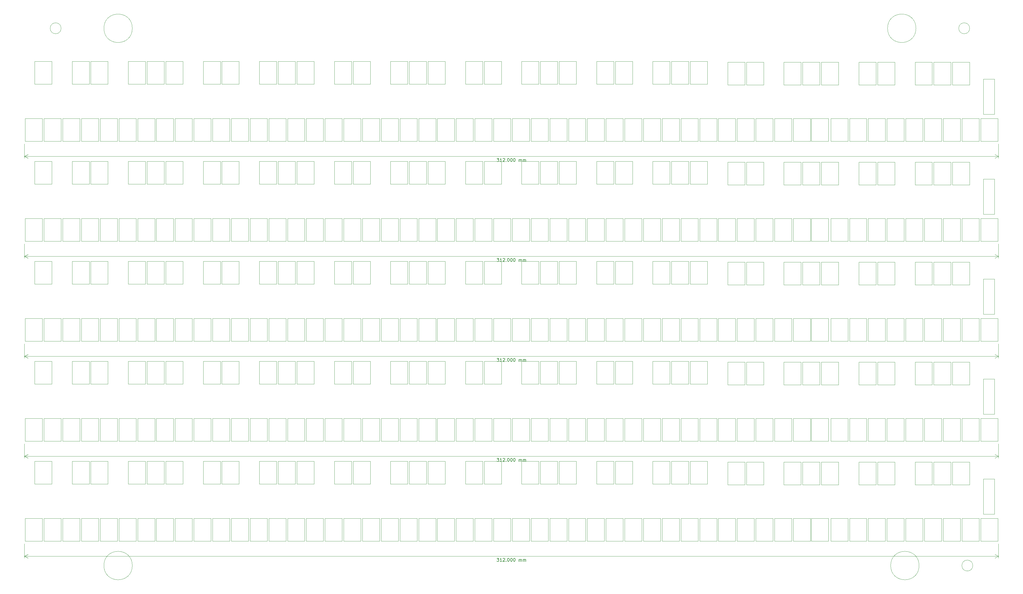
<source format=gbr>
G04 #@! TF.GenerationSoftware,KiCad,Pcbnew,(5.1.5)-3*
G04 #@! TF.CreationDate,2020-04-14T19:59:01+09:00*
G04 #@! TF.ProjectId,APA102_MENZUKE5_base,41504131-3032-45f4-9d45-4e5a554b4535,rev?*
G04 #@! TF.SameCoordinates,Original*
G04 #@! TF.FileFunction,Other,User*
%FSLAX46Y46*%
G04 Gerber Fmt 4.6, Leading zero omitted, Abs format (unit mm)*
G04 Created by KiCad (PCBNEW (5.1.5)-3) date 2020-04-14 19:59:01*
%MOMM*%
%LPD*%
G04 APERTURE LIST*
%ADD10C,0.150000*%
%ADD11C,0.050000*%
G04 APERTURE END LIST*
D10*
X201333333Y-202652380D02*
X201952380Y-202652380D01*
X201619047Y-203033333D01*
X201761904Y-203033333D01*
X201857142Y-203080952D01*
X201904761Y-203128571D01*
X201952380Y-203223809D01*
X201952380Y-203461904D01*
X201904761Y-203557142D01*
X201857142Y-203604761D01*
X201761904Y-203652380D01*
X201476190Y-203652380D01*
X201380952Y-203604761D01*
X201333333Y-203557142D01*
X202904761Y-203652380D02*
X202333333Y-203652380D01*
X202619047Y-203652380D02*
X202619047Y-202652380D01*
X202523809Y-202795238D01*
X202428571Y-202890476D01*
X202333333Y-202938095D01*
X203285714Y-202747619D02*
X203333333Y-202700000D01*
X203428571Y-202652380D01*
X203666666Y-202652380D01*
X203761904Y-202700000D01*
X203809523Y-202747619D01*
X203857142Y-202842857D01*
X203857142Y-202938095D01*
X203809523Y-203080952D01*
X203238095Y-203652380D01*
X203857142Y-203652380D01*
X204285714Y-203557142D02*
X204333333Y-203604761D01*
X204285714Y-203652380D01*
X204238095Y-203604761D01*
X204285714Y-203557142D01*
X204285714Y-203652380D01*
X204952380Y-202652380D02*
X205047619Y-202652380D01*
X205142857Y-202700000D01*
X205190476Y-202747619D01*
X205238095Y-202842857D01*
X205285714Y-203033333D01*
X205285714Y-203271428D01*
X205238095Y-203461904D01*
X205190476Y-203557142D01*
X205142857Y-203604761D01*
X205047619Y-203652380D01*
X204952380Y-203652380D01*
X204857142Y-203604761D01*
X204809523Y-203557142D01*
X204761904Y-203461904D01*
X204714285Y-203271428D01*
X204714285Y-203033333D01*
X204761904Y-202842857D01*
X204809523Y-202747619D01*
X204857142Y-202700000D01*
X204952380Y-202652380D01*
X205904761Y-202652380D02*
X206000000Y-202652380D01*
X206095238Y-202700000D01*
X206142857Y-202747619D01*
X206190476Y-202842857D01*
X206238095Y-203033333D01*
X206238095Y-203271428D01*
X206190476Y-203461904D01*
X206142857Y-203557142D01*
X206095238Y-203604761D01*
X206000000Y-203652380D01*
X205904761Y-203652380D01*
X205809523Y-203604761D01*
X205761904Y-203557142D01*
X205714285Y-203461904D01*
X205666666Y-203271428D01*
X205666666Y-203033333D01*
X205714285Y-202842857D01*
X205761904Y-202747619D01*
X205809523Y-202700000D01*
X205904761Y-202652380D01*
X206857142Y-202652380D02*
X206952380Y-202652380D01*
X207047619Y-202700000D01*
X207095238Y-202747619D01*
X207142857Y-202842857D01*
X207190476Y-203033333D01*
X207190476Y-203271428D01*
X207142857Y-203461904D01*
X207095238Y-203557142D01*
X207047619Y-203604761D01*
X206952380Y-203652380D01*
X206857142Y-203652380D01*
X206761904Y-203604761D01*
X206714285Y-203557142D01*
X206666666Y-203461904D01*
X206619047Y-203271428D01*
X206619047Y-203033333D01*
X206666666Y-202842857D01*
X206714285Y-202747619D01*
X206761904Y-202700000D01*
X206857142Y-202652380D01*
X208380952Y-203652380D02*
X208380952Y-202985714D01*
X208380952Y-203080952D02*
X208428571Y-203033333D01*
X208523809Y-202985714D01*
X208666666Y-202985714D01*
X208761904Y-203033333D01*
X208809523Y-203128571D01*
X208809523Y-203652380D01*
X208809523Y-203128571D02*
X208857142Y-203033333D01*
X208952380Y-202985714D01*
X209095238Y-202985714D01*
X209190476Y-203033333D01*
X209238095Y-203128571D01*
X209238095Y-203652380D01*
X209714285Y-203652380D02*
X209714285Y-202985714D01*
X209714285Y-203080952D02*
X209761904Y-203033333D01*
X209857142Y-202985714D01*
X210000000Y-202985714D01*
X210095238Y-203033333D01*
X210142857Y-203128571D01*
X210142857Y-203652380D01*
X210142857Y-203128571D02*
X210190476Y-203033333D01*
X210285714Y-202985714D01*
X210428571Y-202985714D01*
X210523809Y-203033333D01*
X210571428Y-203128571D01*
X210571428Y-203652380D01*
D11*
X362000000Y-202000000D02*
X50000000Y-202000000D01*
X362000000Y-198000000D02*
X362000000Y-202586421D01*
X50000000Y-198000000D02*
X50000000Y-202586421D01*
X50000000Y-202000000D02*
X51126504Y-201413579D01*
X50000000Y-202000000D02*
X51126504Y-202586421D01*
X362000000Y-202000000D02*
X360873496Y-201413579D01*
X362000000Y-202000000D02*
X360873496Y-202586421D01*
D10*
X201333333Y-170652380D02*
X201952380Y-170652380D01*
X201619047Y-171033333D01*
X201761904Y-171033333D01*
X201857142Y-171080952D01*
X201904761Y-171128571D01*
X201952380Y-171223809D01*
X201952380Y-171461904D01*
X201904761Y-171557142D01*
X201857142Y-171604761D01*
X201761904Y-171652380D01*
X201476190Y-171652380D01*
X201380952Y-171604761D01*
X201333333Y-171557142D01*
X202904761Y-171652380D02*
X202333333Y-171652380D01*
X202619047Y-171652380D02*
X202619047Y-170652380D01*
X202523809Y-170795238D01*
X202428571Y-170890476D01*
X202333333Y-170938095D01*
X203285714Y-170747619D02*
X203333333Y-170700000D01*
X203428571Y-170652380D01*
X203666666Y-170652380D01*
X203761904Y-170700000D01*
X203809523Y-170747619D01*
X203857142Y-170842857D01*
X203857142Y-170938095D01*
X203809523Y-171080952D01*
X203238095Y-171652380D01*
X203857142Y-171652380D01*
X204285714Y-171557142D02*
X204333333Y-171604761D01*
X204285714Y-171652380D01*
X204238095Y-171604761D01*
X204285714Y-171557142D01*
X204285714Y-171652380D01*
X204952380Y-170652380D02*
X205047619Y-170652380D01*
X205142857Y-170700000D01*
X205190476Y-170747619D01*
X205238095Y-170842857D01*
X205285714Y-171033333D01*
X205285714Y-171271428D01*
X205238095Y-171461904D01*
X205190476Y-171557142D01*
X205142857Y-171604761D01*
X205047619Y-171652380D01*
X204952380Y-171652380D01*
X204857142Y-171604761D01*
X204809523Y-171557142D01*
X204761904Y-171461904D01*
X204714285Y-171271428D01*
X204714285Y-171033333D01*
X204761904Y-170842857D01*
X204809523Y-170747619D01*
X204857142Y-170700000D01*
X204952380Y-170652380D01*
X205904761Y-170652380D02*
X206000000Y-170652380D01*
X206095238Y-170700000D01*
X206142857Y-170747619D01*
X206190476Y-170842857D01*
X206238095Y-171033333D01*
X206238095Y-171271428D01*
X206190476Y-171461904D01*
X206142857Y-171557142D01*
X206095238Y-171604761D01*
X206000000Y-171652380D01*
X205904761Y-171652380D01*
X205809523Y-171604761D01*
X205761904Y-171557142D01*
X205714285Y-171461904D01*
X205666666Y-171271428D01*
X205666666Y-171033333D01*
X205714285Y-170842857D01*
X205761904Y-170747619D01*
X205809523Y-170700000D01*
X205904761Y-170652380D01*
X206857142Y-170652380D02*
X206952380Y-170652380D01*
X207047619Y-170700000D01*
X207095238Y-170747619D01*
X207142857Y-170842857D01*
X207190476Y-171033333D01*
X207190476Y-171271428D01*
X207142857Y-171461904D01*
X207095238Y-171557142D01*
X207047619Y-171604761D01*
X206952380Y-171652380D01*
X206857142Y-171652380D01*
X206761904Y-171604761D01*
X206714285Y-171557142D01*
X206666666Y-171461904D01*
X206619047Y-171271428D01*
X206619047Y-171033333D01*
X206666666Y-170842857D01*
X206714285Y-170747619D01*
X206761904Y-170700000D01*
X206857142Y-170652380D01*
X208380952Y-171652380D02*
X208380952Y-170985714D01*
X208380952Y-171080952D02*
X208428571Y-171033333D01*
X208523809Y-170985714D01*
X208666666Y-170985714D01*
X208761904Y-171033333D01*
X208809523Y-171128571D01*
X208809523Y-171652380D01*
X208809523Y-171128571D02*
X208857142Y-171033333D01*
X208952380Y-170985714D01*
X209095238Y-170985714D01*
X209190476Y-171033333D01*
X209238095Y-171128571D01*
X209238095Y-171652380D01*
X209714285Y-171652380D02*
X209714285Y-170985714D01*
X209714285Y-171080952D02*
X209761904Y-171033333D01*
X209857142Y-170985714D01*
X210000000Y-170985714D01*
X210095238Y-171033333D01*
X210142857Y-171128571D01*
X210142857Y-171652380D01*
X210142857Y-171128571D02*
X210190476Y-171033333D01*
X210285714Y-170985714D01*
X210428571Y-170985714D01*
X210523809Y-171033333D01*
X210571428Y-171128571D01*
X210571428Y-171652380D01*
D11*
X362000000Y-170000000D02*
X50000000Y-170000000D01*
X362000000Y-166000000D02*
X362000000Y-170586421D01*
X50000000Y-166000000D02*
X50000000Y-170586421D01*
X50000000Y-170000000D02*
X51126504Y-169413579D01*
X50000000Y-170000000D02*
X51126504Y-170586421D01*
X362000000Y-170000000D02*
X360873496Y-169413579D01*
X362000000Y-170000000D02*
X360873496Y-170586421D01*
D10*
X201333333Y-138652380D02*
X201952380Y-138652380D01*
X201619047Y-139033333D01*
X201761904Y-139033333D01*
X201857142Y-139080952D01*
X201904761Y-139128571D01*
X201952380Y-139223809D01*
X201952380Y-139461904D01*
X201904761Y-139557142D01*
X201857142Y-139604761D01*
X201761904Y-139652380D01*
X201476190Y-139652380D01*
X201380952Y-139604761D01*
X201333333Y-139557142D01*
X202904761Y-139652380D02*
X202333333Y-139652380D01*
X202619047Y-139652380D02*
X202619047Y-138652380D01*
X202523809Y-138795238D01*
X202428571Y-138890476D01*
X202333333Y-138938095D01*
X203285714Y-138747619D02*
X203333333Y-138700000D01*
X203428571Y-138652380D01*
X203666666Y-138652380D01*
X203761904Y-138700000D01*
X203809523Y-138747619D01*
X203857142Y-138842857D01*
X203857142Y-138938095D01*
X203809523Y-139080952D01*
X203238095Y-139652380D01*
X203857142Y-139652380D01*
X204285714Y-139557142D02*
X204333333Y-139604761D01*
X204285714Y-139652380D01*
X204238095Y-139604761D01*
X204285714Y-139557142D01*
X204285714Y-139652380D01*
X204952380Y-138652380D02*
X205047619Y-138652380D01*
X205142857Y-138700000D01*
X205190476Y-138747619D01*
X205238095Y-138842857D01*
X205285714Y-139033333D01*
X205285714Y-139271428D01*
X205238095Y-139461904D01*
X205190476Y-139557142D01*
X205142857Y-139604761D01*
X205047619Y-139652380D01*
X204952380Y-139652380D01*
X204857142Y-139604761D01*
X204809523Y-139557142D01*
X204761904Y-139461904D01*
X204714285Y-139271428D01*
X204714285Y-139033333D01*
X204761904Y-138842857D01*
X204809523Y-138747619D01*
X204857142Y-138700000D01*
X204952380Y-138652380D01*
X205904761Y-138652380D02*
X206000000Y-138652380D01*
X206095238Y-138700000D01*
X206142857Y-138747619D01*
X206190476Y-138842857D01*
X206238095Y-139033333D01*
X206238095Y-139271428D01*
X206190476Y-139461904D01*
X206142857Y-139557142D01*
X206095238Y-139604761D01*
X206000000Y-139652380D01*
X205904761Y-139652380D01*
X205809523Y-139604761D01*
X205761904Y-139557142D01*
X205714285Y-139461904D01*
X205666666Y-139271428D01*
X205666666Y-139033333D01*
X205714285Y-138842857D01*
X205761904Y-138747619D01*
X205809523Y-138700000D01*
X205904761Y-138652380D01*
X206857142Y-138652380D02*
X206952380Y-138652380D01*
X207047619Y-138700000D01*
X207095238Y-138747619D01*
X207142857Y-138842857D01*
X207190476Y-139033333D01*
X207190476Y-139271428D01*
X207142857Y-139461904D01*
X207095238Y-139557142D01*
X207047619Y-139604761D01*
X206952380Y-139652380D01*
X206857142Y-139652380D01*
X206761904Y-139604761D01*
X206714285Y-139557142D01*
X206666666Y-139461904D01*
X206619047Y-139271428D01*
X206619047Y-139033333D01*
X206666666Y-138842857D01*
X206714285Y-138747619D01*
X206761904Y-138700000D01*
X206857142Y-138652380D01*
X208380952Y-139652380D02*
X208380952Y-138985714D01*
X208380952Y-139080952D02*
X208428571Y-139033333D01*
X208523809Y-138985714D01*
X208666666Y-138985714D01*
X208761904Y-139033333D01*
X208809523Y-139128571D01*
X208809523Y-139652380D01*
X208809523Y-139128571D02*
X208857142Y-139033333D01*
X208952380Y-138985714D01*
X209095238Y-138985714D01*
X209190476Y-139033333D01*
X209238095Y-139128571D01*
X209238095Y-139652380D01*
X209714285Y-139652380D02*
X209714285Y-138985714D01*
X209714285Y-139080952D02*
X209761904Y-139033333D01*
X209857142Y-138985714D01*
X210000000Y-138985714D01*
X210095238Y-139033333D01*
X210142857Y-139128571D01*
X210142857Y-139652380D01*
X210142857Y-139128571D02*
X210190476Y-139033333D01*
X210285714Y-138985714D01*
X210428571Y-138985714D01*
X210523809Y-139033333D01*
X210571428Y-139128571D01*
X210571428Y-139652380D01*
D11*
X362000000Y-138000000D02*
X50000000Y-138000000D01*
X362000000Y-134000000D02*
X362000000Y-138586421D01*
X50000000Y-134000000D02*
X50000000Y-138586421D01*
X50000000Y-138000000D02*
X51126504Y-137413579D01*
X50000000Y-138000000D02*
X51126504Y-138586421D01*
X362000000Y-138000000D02*
X360873496Y-137413579D01*
X362000000Y-138000000D02*
X360873496Y-138586421D01*
D10*
X201333333Y-106652380D02*
X201952380Y-106652380D01*
X201619047Y-107033333D01*
X201761904Y-107033333D01*
X201857142Y-107080952D01*
X201904761Y-107128571D01*
X201952380Y-107223809D01*
X201952380Y-107461904D01*
X201904761Y-107557142D01*
X201857142Y-107604761D01*
X201761904Y-107652380D01*
X201476190Y-107652380D01*
X201380952Y-107604761D01*
X201333333Y-107557142D01*
X202904761Y-107652380D02*
X202333333Y-107652380D01*
X202619047Y-107652380D02*
X202619047Y-106652380D01*
X202523809Y-106795238D01*
X202428571Y-106890476D01*
X202333333Y-106938095D01*
X203285714Y-106747619D02*
X203333333Y-106700000D01*
X203428571Y-106652380D01*
X203666666Y-106652380D01*
X203761904Y-106700000D01*
X203809523Y-106747619D01*
X203857142Y-106842857D01*
X203857142Y-106938095D01*
X203809523Y-107080952D01*
X203238095Y-107652380D01*
X203857142Y-107652380D01*
X204285714Y-107557142D02*
X204333333Y-107604761D01*
X204285714Y-107652380D01*
X204238095Y-107604761D01*
X204285714Y-107557142D01*
X204285714Y-107652380D01*
X204952380Y-106652380D02*
X205047619Y-106652380D01*
X205142857Y-106700000D01*
X205190476Y-106747619D01*
X205238095Y-106842857D01*
X205285714Y-107033333D01*
X205285714Y-107271428D01*
X205238095Y-107461904D01*
X205190476Y-107557142D01*
X205142857Y-107604761D01*
X205047619Y-107652380D01*
X204952380Y-107652380D01*
X204857142Y-107604761D01*
X204809523Y-107557142D01*
X204761904Y-107461904D01*
X204714285Y-107271428D01*
X204714285Y-107033333D01*
X204761904Y-106842857D01*
X204809523Y-106747619D01*
X204857142Y-106700000D01*
X204952380Y-106652380D01*
X205904761Y-106652380D02*
X206000000Y-106652380D01*
X206095238Y-106700000D01*
X206142857Y-106747619D01*
X206190476Y-106842857D01*
X206238095Y-107033333D01*
X206238095Y-107271428D01*
X206190476Y-107461904D01*
X206142857Y-107557142D01*
X206095238Y-107604761D01*
X206000000Y-107652380D01*
X205904761Y-107652380D01*
X205809523Y-107604761D01*
X205761904Y-107557142D01*
X205714285Y-107461904D01*
X205666666Y-107271428D01*
X205666666Y-107033333D01*
X205714285Y-106842857D01*
X205761904Y-106747619D01*
X205809523Y-106700000D01*
X205904761Y-106652380D01*
X206857142Y-106652380D02*
X206952380Y-106652380D01*
X207047619Y-106700000D01*
X207095238Y-106747619D01*
X207142857Y-106842857D01*
X207190476Y-107033333D01*
X207190476Y-107271428D01*
X207142857Y-107461904D01*
X207095238Y-107557142D01*
X207047619Y-107604761D01*
X206952380Y-107652380D01*
X206857142Y-107652380D01*
X206761904Y-107604761D01*
X206714285Y-107557142D01*
X206666666Y-107461904D01*
X206619047Y-107271428D01*
X206619047Y-107033333D01*
X206666666Y-106842857D01*
X206714285Y-106747619D01*
X206761904Y-106700000D01*
X206857142Y-106652380D01*
X208380952Y-107652380D02*
X208380952Y-106985714D01*
X208380952Y-107080952D02*
X208428571Y-107033333D01*
X208523809Y-106985714D01*
X208666666Y-106985714D01*
X208761904Y-107033333D01*
X208809523Y-107128571D01*
X208809523Y-107652380D01*
X208809523Y-107128571D02*
X208857142Y-107033333D01*
X208952380Y-106985714D01*
X209095238Y-106985714D01*
X209190476Y-107033333D01*
X209238095Y-107128571D01*
X209238095Y-107652380D01*
X209714285Y-107652380D02*
X209714285Y-106985714D01*
X209714285Y-107080952D02*
X209761904Y-107033333D01*
X209857142Y-106985714D01*
X210000000Y-106985714D01*
X210095238Y-107033333D01*
X210142857Y-107128571D01*
X210142857Y-107652380D01*
X210142857Y-107128571D02*
X210190476Y-107033333D01*
X210285714Y-106985714D01*
X210428571Y-106985714D01*
X210523809Y-107033333D01*
X210571428Y-107128571D01*
X210571428Y-107652380D01*
D11*
X362000000Y-106000000D02*
X50000000Y-106000000D01*
X362000000Y-102000000D02*
X362000000Y-106586421D01*
X50000000Y-102000000D02*
X50000000Y-106586421D01*
X50000000Y-106000000D02*
X51126504Y-105413579D01*
X50000000Y-106000000D02*
X51126504Y-106586421D01*
X362000000Y-106000000D02*
X360873496Y-105413579D01*
X362000000Y-106000000D02*
X360873496Y-106586421D01*
D10*
X201333333Y-74652380D02*
X201952380Y-74652380D01*
X201619047Y-75033333D01*
X201761904Y-75033333D01*
X201857142Y-75080952D01*
X201904761Y-75128571D01*
X201952380Y-75223809D01*
X201952380Y-75461904D01*
X201904761Y-75557142D01*
X201857142Y-75604761D01*
X201761904Y-75652380D01*
X201476190Y-75652380D01*
X201380952Y-75604761D01*
X201333333Y-75557142D01*
X202904761Y-75652380D02*
X202333333Y-75652380D01*
X202619047Y-75652380D02*
X202619047Y-74652380D01*
X202523809Y-74795238D01*
X202428571Y-74890476D01*
X202333333Y-74938095D01*
X203285714Y-74747619D02*
X203333333Y-74700000D01*
X203428571Y-74652380D01*
X203666666Y-74652380D01*
X203761904Y-74700000D01*
X203809523Y-74747619D01*
X203857142Y-74842857D01*
X203857142Y-74938095D01*
X203809523Y-75080952D01*
X203238095Y-75652380D01*
X203857142Y-75652380D01*
X204285714Y-75557142D02*
X204333333Y-75604761D01*
X204285714Y-75652380D01*
X204238095Y-75604761D01*
X204285714Y-75557142D01*
X204285714Y-75652380D01*
X204952380Y-74652380D02*
X205047619Y-74652380D01*
X205142857Y-74700000D01*
X205190476Y-74747619D01*
X205238095Y-74842857D01*
X205285714Y-75033333D01*
X205285714Y-75271428D01*
X205238095Y-75461904D01*
X205190476Y-75557142D01*
X205142857Y-75604761D01*
X205047619Y-75652380D01*
X204952380Y-75652380D01*
X204857142Y-75604761D01*
X204809523Y-75557142D01*
X204761904Y-75461904D01*
X204714285Y-75271428D01*
X204714285Y-75033333D01*
X204761904Y-74842857D01*
X204809523Y-74747619D01*
X204857142Y-74700000D01*
X204952380Y-74652380D01*
X205904761Y-74652380D02*
X206000000Y-74652380D01*
X206095238Y-74700000D01*
X206142857Y-74747619D01*
X206190476Y-74842857D01*
X206238095Y-75033333D01*
X206238095Y-75271428D01*
X206190476Y-75461904D01*
X206142857Y-75557142D01*
X206095238Y-75604761D01*
X206000000Y-75652380D01*
X205904761Y-75652380D01*
X205809523Y-75604761D01*
X205761904Y-75557142D01*
X205714285Y-75461904D01*
X205666666Y-75271428D01*
X205666666Y-75033333D01*
X205714285Y-74842857D01*
X205761904Y-74747619D01*
X205809523Y-74700000D01*
X205904761Y-74652380D01*
X206857142Y-74652380D02*
X206952380Y-74652380D01*
X207047619Y-74700000D01*
X207095238Y-74747619D01*
X207142857Y-74842857D01*
X207190476Y-75033333D01*
X207190476Y-75271428D01*
X207142857Y-75461904D01*
X207095238Y-75557142D01*
X207047619Y-75604761D01*
X206952380Y-75652380D01*
X206857142Y-75652380D01*
X206761904Y-75604761D01*
X206714285Y-75557142D01*
X206666666Y-75461904D01*
X206619047Y-75271428D01*
X206619047Y-75033333D01*
X206666666Y-74842857D01*
X206714285Y-74747619D01*
X206761904Y-74700000D01*
X206857142Y-74652380D01*
X208380952Y-75652380D02*
X208380952Y-74985714D01*
X208380952Y-75080952D02*
X208428571Y-75033333D01*
X208523809Y-74985714D01*
X208666666Y-74985714D01*
X208761904Y-75033333D01*
X208809523Y-75128571D01*
X208809523Y-75652380D01*
X208809523Y-75128571D02*
X208857142Y-75033333D01*
X208952380Y-74985714D01*
X209095238Y-74985714D01*
X209190476Y-75033333D01*
X209238095Y-75128571D01*
X209238095Y-75652380D01*
X209714285Y-75652380D02*
X209714285Y-74985714D01*
X209714285Y-75080952D02*
X209761904Y-75033333D01*
X209857142Y-74985714D01*
X210000000Y-74985714D01*
X210095238Y-75033333D01*
X210142857Y-75128571D01*
X210142857Y-75652380D01*
X210142857Y-75128571D02*
X210190476Y-75033333D01*
X210285714Y-74985714D01*
X210428571Y-74985714D01*
X210523809Y-75033333D01*
X210571428Y-75128571D01*
X210571428Y-75652380D01*
D11*
X362000000Y-74000000D02*
X50000000Y-74000000D01*
X362000000Y-70000000D02*
X362000000Y-74586421D01*
X50000000Y-70000000D02*
X50000000Y-74586421D01*
X50000000Y-74000000D02*
X51126504Y-73413579D01*
X50000000Y-74000000D02*
X51126504Y-74586421D01*
X362000000Y-74000000D02*
X360873496Y-73413579D01*
X362000000Y-74000000D02*
X360873496Y-74586421D01*
X134250000Y-189850000D02*
X134250000Y-197150000D01*
X139750000Y-189850000D02*
X134250000Y-189850000D01*
X139750000Y-197150000D02*
X139750000Y-189850000D01*
X134250000Y-197150000D02*
X139750000Y-197150000D01*
X50250000Y-197150000D02*
X55750000Y-197150000D01*
X55750000Y-197150000D02*
X55750000Y-189850000D01*
X55750000Y-189850000D02*
X50250000Y-189850000D01*
X50250000Y-189850000D02*
X50250000Y-197150000D01*
X50250000Y-165150000D02*
X55750000Y-165150000D01*
X55750000Y-165150000D02*
X55750000Y-157850000D01*
X55750000Y-157850000D02*
X50250000Y-157850000D01*
X50250000Y-157850000D02*
X50250000Y-165150000D01*
X50250000Y-133150000D02*
X55750000Y-133150000D01*
X55750000Y-133150000D02*
X55750000Y-125850000D01*
X55750000Y-125850000D02*
X50250000Y-125850000D01*
X50250000Y-125850000D02*
X50250000Y-133150000D01*
X50250000Y-101150000D02*
X55750000Y-101150000D01*
X55750000Y-101150000D02*
X55750000Y-93850000D01*
X55750000Y-93850000D02*
X50250000Y-93850000D01*
X50250000Y-93850000D02*
X50250000Y-101150000D01*
X56250000Y-197150000D02*
X61750000Y-197150000D01*
X61750000Y-197150000D02*
X61750000Y-189850000D01*
X61750000Y-189850000D02*
X56250000Y-189850000D01*
X56250000Y-189850000D02*
X56250000Y-197150000D01*
X56250000Y-165150000D02*
X61750000Y-165150000D01*
X61750000Y-165150000D02*
X61750000Y-157850000D01*
X61750000Y-157850000D02*
X56250000Y-157850000D01*
X56250000Y-157850000D02*
X56250000Y-165150000D01*
X56250000Y-133150000D02*
X61750000Y-133150000D01*
X61750000Y-133150000D02*
X61750000Y-125850000D01*
X61750000Y-125850000D02*
X56250000Y-125850000D01*
X56250000Y-125850000D02*
X56250000Y-133150000D01*
X56250000Y-101150000D02*
X61750000Y-101150000D01*
X61750000Y-101150000D02*
X61750000Y-93850000D01*
X61750000Y-93850000D02*
X56250000Y-93850000D01*
X56250000Y-93850000D02*
X56250000Y-101150000D01*
X65250000Y-178900000D02*
X70750000Y-178900000D01*
X70750000Y-178900000D02*
X70750000Y-171600000D01*
X70750000Y-171600000D02*
X65250000Y-171600000D01*
X65250000Y-171600000D02*
X65250000Y-178900000D01*
X65250000Y-146900000D02*
X70750000Y-146900000D01*
X70750000Y-146900000D02*
X70750000Y-139600000D01*
X70750000Y-139600000D02*
X65250000Y-139600000D01*
X65250000Y-139600000D02*
X65250000Y-146900000D01*
X65250000Y-114900000D02*
X70750000Y-114900000D01*
X70750000Y-114900000D02*
X70750000Y-107600000D01*
X70750000Y-107600000D02*
X65250000Y-107600000D01*
X65250000Y-107600000D02*
X65250000Y-114900000D01*
X65250000Y-82900000D02*
X70750000Y-82900000D01*
X70750000Y-82900000D02*
X70750000Y-75600000D01*
X70750000Y-75600000D02*
X65250000Y-75600000D01*
X65250000Y-75600000D02*
X65250000Y-82900000D01*
X80250000Y-197150000D02*
X85750000Y-197150000D01*
X85750000Y-197150000D02*
X85750000Y-189850000D01*
X85750000Y-189850000D02*
X80250000Y-189850000D01*
X80250000Y-189850000D02*
X80250000Y-197150000D01*
X80250000Y-165150000D02*
X85750000Y-165150000D01*
X85750000Y-165150000D02*
X85750000Y-157850000D01*
X85750000Y-157850000D02*
X80250000Y-157850000D01*
X80250000Y-157850000D02*
X80250000Y-165150000D01*
X80250000Y-133150000D02*
X85750000Y-133150000D01*
X85750000Y-133150000D02*
X85750000Y-125850000D01*
X85750000Y-125850000D02*
X80250000Y-125850000D01*
X80250000Y-125850000D02*
X80250000Y-133150000D01*
X80250000Y-101150000D02*
X85750000Y-101150000D01*
X85750000Y-101150000D02*
X85750000Y-93850000D01*
X85750000Y-93850000D02*
X80250000Y-93850000D01*
X80250000Y-93850000D02*
X80250000Y-101150000D01*
X95250000Y-171600000D02*
X95250000Y-178900000D01*
X100750000Y-171600000D02*
X95250000Y-171600000D01*
X100750000Y-178900000D02*
X100750000Y-171600000D01*
X95250000Y-178900000D02*
X100750000Y-178900000D01*
X95250000Y-139600000D02*
X95250000Y-146900000D01*
X100750000Y-139600000D02*
X95250000Y-139600000D01*
X100750000Y-146900000D02*
X100750000Y-139600000D01*
X95250000Y-146900000D02*
X100750000Y-146900000D01*
X95250000Y-107600000D02*
X95250000Y-114900000D01*
X100750000Y-107600000D02*
X95250000Y-107600000D01*
X100750000Y-114900000D02*
X100750000Y-107600000D01*
X95250000Y-114900000D02*
X100750000Y-114900000D01*
X95250000Y-75600000D02*
X95250000Y-82900000D01*
X100750000Y-75600000D02*
X95250000Y-75600000D01*
X100750000Y-82900000D02*
X100750000Y-75600000D01*
X95250000Y-82900000D02*
X100750000Y-82900000D01*
X110250000Y-189850000D02*
X110250000Y-197150000D01*
X115750000Y-189850000D02*
X110250000Y-189850000D01*
X115750000Y-197150000D02*
X115750000Y-189850000D01*
X110250000Y-197150000D02*
X115750000Y-197150000D01*
X110250000Y-157850000D02*
X110250000Y-165150000D01*
X115750000Y-157850000D02*
X110250000Y-157850000D01*
X115750000Y-165150000D02*
X115750000Y-157850000D01*
X110250000Y-165150000D02*
X115750000Y-165150000D01*
X110250000Y-125850000D02*
X110250000Y-133150000D01*
X115750000Y-125850000D02*
X110250000Y-125850000D01*
X115750000Y-133150000D02*
X115750000Y-125850000D01*
X110250000Y-133150000D02*
X115750000Y-133150000D01*
X110250000Y-93850000D02*
X110250000Y-101150000D01*
X115750000Y-93850000D02*
X110250000Y-93850000D01*
X115750000Y-101150000D02*
X115750000Y-93850000D01*
X110250000Y-101150000D02*
X115750000Y-101150000D01*
X137250000Y-178900000D02*
X142750000Y-178900000D01*
X142750000Y-178900000D02*
X142750000Y-171600000D01*
X142750000Y-171600000D02*
X137250000Y-171600000D01*
X137250000Y-171600000D02*
X137250000Y-178900000D01*
X137250000Y-146900000D02*
X142750000Y-146900000D01*
X142750000Y-146900000D02*
X142750000Y-139600000D01*
X142750000Y-139600000D02*
X137250000Y-139600000D01*
X137250000Y-139600000D02*
X137250000Y-146900000D01*
X137250000Y-114900000D02*
X142750000Y-114900000D01*
X142750000Y-114900000D02*
X142750000Y-107600000D01*
X142750000Y-107600000D02*
X137250000Y-107600000D01*
X137250000Y-107600000D02*
X137250000Y-114900000D01*
X137250000Y-82900000D02*
X142750000Y-82900000D01*
X142750000Y-82900000D02*
X142750000Y-75600000D01*
X142750000Y-75600000D02*
X137250000Y-75600000D01*
X137250000Y-75600000D02*
X137250000Y-82900000D01*
X167250000Y-178900000D02*
X172750000Y-178900000D01*
X172750000Y-178900000D02*
X172750000Y-171600000D01*
X172750000Y-171600000D02*
X167250000Y-171600000D01*
X167250000Y-171600000D02*
X167250000Y-178900000D01*
X167250000Y-146900000D02*
X172750000Y-146900000D01*
X172750000Y-146900000D02*
X172750000Y-139600000D01*
X172750000Y-139600000D02*
X167250000Y-139600000D01*
X167250000Y-139600000D02*
X167250000Y-146900000D01*
X167250000Y-114900000D02*
X172750000Y-114900000D01*
X172750000Y-114900000D02*
X172750000Y-107600000D01*
X172750000Y-107600000D02*
X167250000Y-107600000D01*
X167250000Y-107600000D02*
X167250000Y-114900000D01*
X167250000Y-82900000D02*
X172750000Y-82900000D01*
X172750000Y-82900000D02*
X172750000Y-75600000D01*
X172750000Y-75600000D02*
X167250000Y-75600000D01*
X167250000Y-75600000D02*
X167250000Y-82900000D01*
X176250000Y-189850000D02*
X176250000Y-197150000D01*
X181750000Y-189850000D02*
X176250000Y-189850000D01*
X181750000Y-197150000D02*
X181750000Y-189850000D01*
X176250000Y-197150000D02*
X181750000Y-197150000D01*
X176250000Y-157850000D02*
X176250000Y-165150000D01*
X181750000Y-157850000D02*
X176250000Y-157850000D01*
X181750000Y-165150000D02*
X181750000Y-157850000D01*
X176250000Y-165150000D02*
X181750000Y-165150000D01*
X176250000Y-125850000D02*
X176250000Y-133150000D01*
X181750000Y-125850000D02*
X176250000Y-125850000D01*
X181750000Y-133150000D02*
X181750000Y-125850000D01*
X176250000Y-133150000D02*
X181750000Y-133150000D01*
X176250000Y-93850000D02*
X176250000Y-101150000D01*
X181750000Y-93850000D02*
X176250000Y-93850000D01*
X181750000Y-101150000D02*
X181750000Y-93850000D01*
X176250000Y-101150000D02*
X181750000Y-101150000D01*
X149250000Y-171600000D02*
X149250000Y-178900000D01*
X154750000Y-171600000D02*
X149250000Y-171600000D01*
X154750000Y-178900000D02*
X154750000Y-171600000D01*
X149250000Y-178900000D02*
X154750000Y-178900000D01*
X149250000Y-139600000D02*
X149250000Y-146900000D01*
X154750000Y-139600000D02*
X149250000Y-139600000D01*
X154750000Y-146900000D02*
X154750000Y-139600000D01*
X149250000Y-146900000D02*
X154750000Y-146900000D01*
X149250000Y-107600000D02*
X149250000Y-114900000D01*
X154750000Y-107600000D02*
X149250000Y-107600000D01*
X154750000Y-114900000D02*
X154750000Y-107600000D01*
X149250000Y-114900000D02*
X154750000Y-114900000D01*
X149250000Y-75600000D02*
X149250000Y-82900000D01*
X154750000Y-75600000D02*
X149250000Y-75600000D01*
X154750000Y-82900000D02*
X154750000Y-75600000D01*
X149250000Y-82900000D02*
X154750000Y-82900000D01*
X155250000Y-171600000D02*
X155250000Y-178900000D01*
X160750000Y-171600000D02*
X155250000Y-171600000D01*
X160750000Y-178900000D02*
X160750000Y-171600000D01*
X155250000Y-178900000D02*
X160750000Y-178900000D01*
X155250000Y-139600000D02*
X155250000Y-146900000D01*
X160750000Y-139600000D02*
X155250000Y-139600000D01*
X160750000Y-146900000D02*
X160750000Y-139600000D01*
X155250000Y-146900000D02*
X160750000Y-146900000D01*
X155250000Y-107600000D02*
X155250000Y-114900000D01*
X160750000Y-107600000D02*
X155250000Y-107600000D01*
X160750000Y-114900000D02*
X160750000Y-107600000D01*
X155250000Y-114900000D02*
X160750000Y-114900000D01*
X155250000Y-75600000D02*
X155250000Y-82900000D01*
X160750000Y-75600000D02*
X155250000Y-75600000D01*
X160750000Y-82900000D02*
X160750000Y-75600000D01*
X155250000Y-82900000D02*
X160750000Y-82900000D01*
X53250000Y-171600000D02*
X53250000Y-178900000D01*
X58750000Y-171600000D02*
X53250000Y-171600000D01*
X58750000Y-178900000D02*
X58750000Y-171600000D01*
X53250000Y-178900000D02*
X58750000Y-178900000D01*
X53250000Y-139600000D02*
X53250000Y-146900000D01*
X58750000Y-139600000D02*
X53250000Y-139600000D01*
X58750000Y-146900000D02*
X58750000Y-139600000D01*
X53250000Y-146900000D02*
X58750000Y-146900000D01*
X53250000Y-107600000D02*
X53250000Y-114900000D01*
X58750000Y-107600000D02*
X53250000Y-107600000D01*
X58750000Y-114900000D02*
X58750000Y-107600000D01*
X53250000Y-114900000D02*
X58750000Y-114900000D01*
X53250000Y-75600000D02*
X53250000Y-82900000D01*
X58750000Y-75600000D02*
X53250000Y-75600000D01*
X58750000Y-82900000D02*
X58750000Y-75600000D01*
X53250000Y-82900000D02*
X58750000Y-82900000D01*
X62250000Y-189850000D02*
X62250000Y-197150000D01*
X67750000Y-189850000D02*
X62250000Y-189850000D01*
X67750000Y-197150000D02*
X67750000Y-189850000D01*
X62250000Y-197150000D02*
X67750000Y-197150000D01*
X62250000Y-157850000D02*
X62250000Y-165150000D01*
X67750000Y-157850000D02*
X62250000Y-157850000D01*
X67750000Y-165150000D02*
X67750000Y-157850000D01*
X62250000Y-165150000D02*
X67750000Y-165150000D01*
X62250000Y-125850000D02*
X62250000Y-133150000D01*
X67750000Y-125850000D02*
X62250000Y-125850000D01*
X67750000Y-133150000D02*
X67750000Y-125850000D01*
X62250000Y-133150000D02*
X67750000Y-133150000D01*
X62250000Y-93850000D02*
X62250000Y-101150000D01*
X67750000Y-93850000D02*
X62250000Y-93850000D01*
X67750000Y-101150000D02*
X67750000Y-93850000D01*
X62250000Y-101150000D02*
X67750000Y-101150000D01*
X86250000Y-189850000D02*
X86250000Y-197150000D01*
X91750000Y-189850000D02*
X86250000Y-189850000D01*
X91750000Y-197150000D02*
X91750000Y-189850000D01*
X86250000Y-197150000D02*
X91750000Y-197150000D01*
X86250000Y-157850000D02*
X86250000Y-165150000D01*
X91750000Y-157850000D02*
X86250000Y-157850000D01*
X91750000Y-165150000D02*
X91750000Y-157850000D01*
X86250000Y-165150000D02*
X91750000Y-165150000D01*
X86250000Y-125850000D02*
X86250000Y-133150000D01*
X91750000Y-125850000D02*
X86250000Y-125850000D01*
X91750000Y-133150000D02*
X91750000Y-125850000D01*
X86250000Y-133150000D02*
X91750000Y-133150000D01*
X86250000Y-93850000D02*
X86250000Y-101150000D01*
X91750000Y-93850000D02*
X86250000Y-93850000D01*
X91750000Y-101150000D02*
X91750000Y-93850000D01*
X86250000Y-101150000D02*
X91750000Y-101150000D01*
X107250000Y-178900000D02*
X112750000Y-178900000D01*
X112750000Y-178900000D02*
X112750000Y-171600000D01*
X112750000Y-171600000D02*
X107250000Y-171600000D01*
X107250000Y-171600000D02*
X107250000Y-178900000D01*
X107250000Y-146900000D02*
X112750000Y-146900000D01*
X112750000Y-146900000D02*
X112750000Y-139600000D01*
X112750000Y-139600000D02*
X107250000Y-139600000D01*
X107250000Y-139600000D02*
X107250000Y-146900000D01*
X107250000Y-114900000D02*
X112750000Y-114900000D01*
X112750000Y-114900000D02*
X112750000Y-107600000D01*
X112750000Y-107600000D02*
X107250000Y-107600000D01*
X107250000Y-107600000D02*
X107250000Y-114900000D01*
X107250000Y-82900000D02*
X112750000Y-82900000D01*
X112750000Y-82900000D02*
X112750000Y-75600000D01*
X112750000Y-75600000D02*
X107250000Y-75600000D01*
X107250000Y-75600000D02*
X107250000Y-82900000D01*
X146250000Y-197150000D02*
X151750000Y-197150000D01*
X151750000Y-197150000D02*
X151750000Y-189850000D01*
X151750000Y-189850000D02*
X146250000Y-189850000D01*
X146250000Y-189850000D02*
X146250000Y-197150000D01*
X146250000Y-165150000D02*
X151750000Y-165150000D01*
X151750000Y-165150000D02*
X151750000Y-157850000D01*
X151750000Y-157850000D02*
X146250000Y-157850000D01*
X146250000Y-157850000D02*
X146250000Y-165150000D01*
X146250000Y-133150000D02*
X151750000Y-133150000D01*
X151750000Y-133150000D02*
X151750000Y-125850000D01*
X151750000Y-125850000D02*
X146250000Y-125850000D01*
X146250000Y-125850000D02*
X146250000Y-133150000D01*
X146250000Y-101150000D02*
X151750000Y-101150000D01*
X151750000Y-101150000D02*
X151750000Y-93850000D01*
X151750000Y-93850000D02*
X146250000Y-93850000D01*
X146250000Y-93850000D02*
X146250000Y-101150000D01*
X170250000Y-189850000D02*
X170250000Y-197150000D01*
X175750000Y-189850000D02*
X170250000Y-189850000D01*
X175750000Y-197150000D02*
X175750000Y-189850000D01*
X170250000Y-197150000D02*
X175750000Y-197150000D01*
X170250000Y-157850000D02*
X170250000Y-165150000D01*
X175750000Y-157850000D02*
X170250000Y-157850000D01*
X175750000Y-165150000D02*
X175750000Y-157850000D01*
X170250000Y-165150000D02*
X175750000Y-165150000D01*
X170250000Y-125850000D02*
X170250000Y-133150000D01*
X175750000Y-125850000D02*
X170250000Y-125850000D01*
X175750000Y-133150000D02*
X175750000Y-125850000D01*
X170250000Y-133150000D02*
X175750000Y-133150000D01*
X170250000Y-93850000D02*
X170250000Y-101150000D01*
X175750000Y-93850000D02*
X170250000Y-93850000D01*
X175750000Y-101150000D02*
X175750000Y-93850000D01*
X170250000Y-101150000D02*
X175750000Y-101150000D01*
X125250000Y-178900000D02*
X130750000Y-178900000D01*
X130750000Y-178900000D02*
X130750000Y-171600000D01*
X130750000Y-171600000D02*
X125250000Y-171600000D01*
X125250000Y-171600000D02*
X125250000Y-178900000D01*
X125250000Y-146900000D02*
X130750000Y-146900000D01*
X130750000Y-146900000D02*
X130750000Y-139600000D01*
X130750000Y-139600000D02*
X125250000Y-139600000D01*
X125250000Y-139600000D02*
X125250000Y-146900000D01*
X125250000Y-114900000D02*
X130750000Y-114900000D01*
X130750000Y-114900000D02*
X130750000Y-107600000D01*
X130750000Y-107600000D02*
X125250000Y-107600000D01*
X125250000Y-107600000D02*
X125250000Y-114900000D01*
X125250000Y-82900000D02*
X130750000Y-82900000D01*
X130750000Y-82900000D02*
X130750000Y-75600000D01*
X130750000Y-75600000D02*
X125250000Y-75600000D01*
X125250000Y-75600000D02*
X125250000Y-82900000D01*
X140250000Y-189850000D02*
X140250000Y-197150000D01*
X145750000Y-189850000D02*
X140250000Y-189850000D01*
X145750000Y-197150000D02*
X145750000Y-189850000D01*
X140250000Y-197150000D02*
X145750000Y-197150000D01*
X140250000Y-157850000D02*
X140250000Y-165150000D01*
X145750000Y-157850000D02*
X140250000Y-157850000D01*
X145750000Y-165150000D02*
X145750000Y-157850000D01*
X140250000Y-165150000D02*
X145750000Y-165150000D01*
X140250000Y-125850000D02*
X140250000Y-133150000D01*
X145750000Y-125850000D02*
X140250000Y-125850000D01*
X145750000Y-133150000D02*
X145750000Y-125850000D01*
X140250000Y-133150000D02*
X145750000Y-133150000D01*
X140250000Y-93850000D02*
X140250000Y-101150000D01*
X145750000Y-93850000D02*
X140250000Y-93850000D01*
X145750000Y-101150000D02*
X145750000Y-93850000D01*
X140250000Y-101150000D02*
X145750000Y-101150000D01*
X104250000Y-189850000D02*
X104250000Y-197150000D01*
X109750000Y-189850000D02*
X104250000Y-189850000D01*
X109750000Y-197150000D02*
X109750000Y-189850000D01*
X104250000Y-197150000D02*
X109750000Y-197150000D01*
X104250000Y-157850000D02*
X104250000Y-165150000D01*
X109750000Y-157850000D02*
X104250000Y-157850000D01*
X109750000Y-165150000D02*
X109750000Y-157850000D01*
X104250000Y-165150000D02*
X109750000Y-165150000D01*
X104250000Y-125850000D02*
X104250000Y-133150000D01*
X109750000Y-125850000D02*
X104250000Y-125850000D01*
X109750000Y-133150000D02*
X109750000Y-125850000D01*
X104250000Y-133150000D02*
X109750000Y-133150000D01*
X104250000Y-93850000D02*
X104250000Y-101150000D01*
X109750000Y-93850000D02*
X104250000Y-93850000D01*
X109750000Y-101150000D02*
X109750000Y-93850000D01*
X104250000Y-101150000D02*
X109750000Y-101150000D01*
X128250000Y-189850000D02*
X128250000Y-197150000D01*
X133750000Y-189850000D02*
X128250000Y-189850000D01*
X133750000Y-197150000D02*
X133750000Y-189850000D01*
X128250000Y-197150000D02*
X133750000Y-197150000D01*
X128250000Y-157850000D02*
X128250000Y-165150000D01*
X133750000Y-157850000D02*
X128250000Y-157850000D01*
X133750000Y-165150000D02*
X133750000Y-157850000D01*
X128250000Y-165150000D02*
X133750000Y-165150000D01*
X128250000Y-125850000D02*
X128250000Y-133150000D01*
X133750000Y-125850000D02*
X128250000Y-125850000D01*
X133750000Y-133150000D02*
X133750000Y-125850000D01*
X128250000Y-133150000D02*
X133750000Y-133150000D01*
X128250000Y-93850000D02*
X128250000Y-101150000D01*
X133750000Y-93850000D02*
X128250000Y-93850000D01*
X133750000Y-101150000D02*
X133750000Y-93850000D01*
X128250000Y-101150000D02*
X133750000Y-101150000D01*
X74250000Y-189850000D02*
X74250000Y-197150000D01*
X79750000Y-189850000D02*
X74250000Y-189850000D01*
X79750000Y-197150000D02*
X79750000Y-189850000D01*
X74250000Y-197150000D02*
X79750000Y-197150000D01*
X74250000Y-157850000D02*
X74250000Y-165150000D01*
X79750000Y-157850000D02*
X74250000Y-157850000D01*
X79750000Y-165150000D02*
X79750000Y-157850000D01*
X74250000Y-165150000D02*
X79750000Y-165150000D01*
X74250000Y-125850000D02*
X74250000Y-133150000D01*
X79750000Y-125850000D02*
X74250000Y-125850000D01*
X79750000Y-133150000D02*
X79750000Y-125850000D01*
X74250000Y-133150000D02*
X79750000Y-133150000D01*
X74250000Y-93850000D02*
X74250000Y-101150000D01*
X79750000Y-93850000D02*
X74250000Y-93850000D01*
X79750000Y-101150000D02*
X79750000Y-93850000D01*
X74250000Y-101150000D02*
X79750000Y-101150000D01*
X92250000Y-197150000D02*
X97750000Y-197150000D01*
X97750000Y-197150000D02*
X97750000Y-189850000D01*
X97750000Y-189850000D02*
X92250000Y-189850000D01*
X92250000Y-189850000D02*
X92250000Y-197150000D01*
X92250000Y-165150000D02*
X97750000Y-165150000D01*
X97750000Y-165150000D02*
X97750000Y-157850000D01*
X97750000Y-157850000D02*
X92250000Y-157850000D01*
X92250000Y-157850000D02*
X92250000Y-165150000D01*
X92250000Y-133150000D02*
X97750000Y-133150000D01*
X97750000Y-133150000D02*
X97750000Y-125850000D01*
X97750000Y-125850000D02*
X92250000Y-125850000D01*
X92250000Y-125850000D02*
X92250000Y-133150000D01*
X92250000Y-101150000D02*
X97750000Y-101150000D01*
X97750000Y-101150000D02*
X97750000Y-93850000D01*
X97750000Y-93850000D02*
X92250000Y-93850000D01*
X92250000Y-93850000D02*
X92250000Y-101150000D01*
X182250000Y-189850000D02*
X182250000Y-197150000D01*
X187750000Y-189850000D02*
X182250000Y-189850000D01*
X187750000Y-197150000D02*
X187750000Y-189850000D01*
X182250000Y-197150000D02*
X187750000Y-197150000D01*
X182250000Y-157850000D02*
X182250000Y-165150000D01*
X187750000Y-157850000D02*
X182250000Y-157850000D01*
X187750000Y-165150000D02*
X187750000Y-157850000D01*
X182250000Y-165150000D02*
X187750000Y-165150000D01*
X182250000Y-125850000D02*
X182250000Y-133150000D01*
X187750000Y-125850000D02*
X182250000Y-125850000D01*
X187750000Y-133150000D02*
X187750000Y-125850000D01*
X182250000Y-133150000D02*
X187750000Y-133150000D01*
X182250000Y-93850000D02*
X182250000Y-101150000D01*
X187750000Y-93850000D02*
X182250000Y-93850000D01*
X187750000Y-101150000D02*
X187750000Y-93850000D01*
X182250000Y-101150000D02*
X187750000Y-101150000D01*
X134250000Y-157850000D02*
X134250000Y-165150000D01*
X139750000Y-157850000D02*
X134250000Y-157850000D01*
X139750000Y-165150000D02*
X139750000Y-157850000D01*
X134250000Y-165150000D02*
X139750000Y-165150000D01*
X134250000Y-125850000D02*
X134250000Y-133150000D01*
X139750000Y-125850000D02*
X134250000Y-125850000D01*
X139750000Y-133150000D02*
X139750000Y-125850000D01*
X134250000Y-133150000D02*
X139750000Y-133150000D01*
X134250000Y-93850000D02*
X134250000Y-101150000D01*
X139750000Y-93850000D02*
X134250000Y-93850000D01*
X139750000Y-101150000D02*
X139750000Y-93850000D01*
X134250000Y-101150000D02*
X139750000Y-101150000D01*
X158250000Y-197150000D02*
X163750000Y-197150000D01*
X163750000Y-197150000D02*
X163750000Y-189850000D01*
X163750000Y-189850000D02*
X158250000Y-189850000D01*
X158250000Y-189850000D02*
X158250000Y-197150000D01*
X158250000Y-165150000D02*
X163750000Y-165150000D01*
X163750000Y-165150000D02*
X163750000Y-157850000D01*
X163750000Y-157850000D02*
X158250000Y-157850000D01*
X158250000Y-157850000D02*
X158250000Y-165150000D01*
X158250000Y-133150000D02*
X163750000Y-133150000D01*
X163750000Y-133150000D02*
X163750000Y-125850000D01*
X163750000Y-125850000D02*
X158250000Y-125850000D01*
X158250000Y-125850000D02*
X158250000Y-133150000D01*
X158250000Y-101150000D02*
X163750000Y-101150000D01*
X163750000Y-101150000D02*
X163750000Y-93850000D01*
X163750000Y-93850000D02*
X158250000Y-93850000D01*
X158250000Y-93850000D02*
X158250000Y-101150000D01*
X164250000Y-189850000D02*
X164250000Y-197150000D01*
X169750000Y-189850000D02*
X164250000Y-189850000D01*
X169750000Y-197150000D02*
X169750000Y-189850000D01*
X164250000Y-197150000D02*
X169750000Y-197150000D01*
X164250000Y-157850000D02*
X164250000Y-165150000D01*
X169750000Y-157850000D02*
X164250000Y-157850000D01*
X169750000Y-165150000D02*
X169750000Y-157850000D01*
X164250000Y-165150000D02*
X169750000Y-165150000D01*
X164250000Y-125850000D02*
X164250000Y-133150000D01*
X169750000Y-125850000D02*
X164250000Y-125850000D01*
X169750000Y-133150000D02*
X169750000Y-125850000D01*
X164250000Y-133150000D02*
X169750000Y-133150000D01*
X164250000Y-93850000D02*
X164250000Y-101150000D01*
X169750000Y-93850000D02*
X164250000Y-93850000D01*
X169750000Y-101150000D02*
X169750000Y-93850000D01*
X164250000Y-101150000D02*
X169750000Y-101150000D01*
X173250000Y-178900000D02*
X178750000Y-178900000D01*
X178750000Y-178900000D02*
X178750000Y-171600000D01*
X178750000Y-171600000D02*
X173250000Y-171600000D01*
X173250000Y-171600000D02*
X173250000Y-178900000D01*
X173250000Y-146900000D02*
X178750000Y-146900000D01*
X178750000Y-146900000D02*
X178750000Y-139600000D01*
X178750000Y-139600000D02*
X173250000Y-139600000D01*
X173250000Y-139600000D02*
X173250000Y-146900000D01*
X173250000Y-114900000D02*
X178750000Y-114900000D01*
X178750000Y-114900000D02*
X178750000Y-107600000D01*
X178750000Y-107600000D02*
X173250000Y-107600000D01*
X173250000Y-107600000D02*
X173250000Y-114900000D01*
X173250000Y-82900000D02*
X178750000Y-82900000D01*
X178750000Y-82900000D02*
X178750000Y-75600000D01*
X178750000Y-75600000D02*
X173250000Y-75600000D01*
X173250000Y-75600000D02*
X173250000Y-82900000D01*
X113250000Y-178900000D02*
X118750000Y-178900000D01*
X118750000Y-178900000D02*
X118750000Y-171600000D01*
X118750000Y-171600000D02*
X113250000Y-171600000D01*
X113250000Y-171600000D02*
X113250000Y-178900000D01*
X113250000Y-146900000D02*
X118750000Y-146900000D01*
X118750000Y-146900000D02*
X118750000Y-139600000D01*
X118750000Y-139600000D02*
X113250000Y-139600000D01*
X113250000Y-139600000D02*
X113250000Y-146900000D01*
X113250000Y-114900000D02*
X118750000Y-114900000D01*
X118750000Y-114900000D02*
X118750000Y-107600000D01*
X118750000Y-107600000D02*
X113250000Y-107600000D01*
X113250000Y-107600000D02*
X113250000Y-114900000D01*
X113250000Y-82900000D02*
X118750000Y-82900000D01*
X118750000Y-82900000D02*
X118750000Y-75600000D01*
X118750000Y-75600000D02*
X113250000Y-75600000D01*
X113250000Y-75600000D02*
X113250000Y-82900000D01*
X179250000Y-178900000D02*
X184750000Y-178900000D01*
X184750000Y-178900000D02*
X184750000Y-171600000D01*
X184750000Y-171600000D02*
X179250000Y-171600000D01*
X179250000Y-171600000D02*
X179250000Y-178900000D01*
X179250000Y-146900000D02*
X184750000Y-146900000D01*
X184750000Y-146900000D02*
X184750000Y-139600000D01*
X184750000Y-139600000D02*
X179250000Y-139600000D01*
X179250000Y-139600000D02*
X179250000Y-146900000D01*
X179250000Y-114900000D02*
X184750000Y-114900000D01*
X184750000Y-114900000D02*
X184750000Y-107600000D01*
X184750000Y-107600000D02*
X179250000Y-107600000D01*
X179250000Y-107600000D02*
X179250000Y-114900000D01*
X179250000Y-82900000D02*
X184750000Y-82900000D01*
X184750000Y-82900000D02*
X184750000Y-75600000D01*
X184750000Y-75600000D02*
X179250000Y-75600000D01*
X179250000Y-75600000D02*
X179250000Y-82900000D01*
X71250000Y-178900000D02*
X76750000Y-178900000D01*
X76750000Y-178900000D02*
X76750000Y-171600000D01*
X76750000Y-171600000D02*
X71250000Y-171600000D01*
X71250000Y-171600000D02*
X71250000Y-178900000D01*
X71250000Y-146900000D02*
X76750000Y-146900000D01*
X76750000Y-146900000D02*
X76750000Y-139600000D01*
X76750000Y-139600000D02*
X71250000Y-139600000D01*
X71250000Y-139600000D02*
X71250000Y-146900000D01*
X71250000Y-114900000D02*
X76750000Y-114900000D01*
X76750000Y-114900000D02*
X76750000Y-107600000D01*
X76750000Y-107600000D02*
X71250000Y-107600000D01*
X71250000Y-107600000D02*
X71250000Y-114900000D01*
X71250000Y-82900000D02*
X76750000Y-82900000D01*
X76750000Y-82900000D02*
X76750000Y-75600000D01*
X76750000Y-75600000D02*
X71250000Y-75600000D01*
X71250000Y-75600000D02*
X71250000Y-82900000D01*
X83250000Y-171600000D02*
X83250000Y-178900000D01*
X88750000Y-171600000D02*
X83250000Y-171600000D01*
X88750000Y-178900000D02*
X88750000Y-171600000D01*
X83250000Y-178900000D02*
X88750000Y-178900000D01*
X83250000Y-139600000D02*
X83250000Y-146900000D01*
X88750000Y-139600000D02*
X83250000Y-139600000D01*
X88750000Y-146900000D02*
X88750000Y-139600000D01*
X83250000Y-146900000D02*
X88750000Y-146900000D01*
X83250000Y-107600000D02*
X83250000Y-114900000D01*
X88750000Y-107600000D02*
X83250000Y-107600000D01*
X88750000Y-114900000D02*
X88750000Y-107600000D01*
X83250000Y-114900000D02*
X88750000Y-114900000D01*
X83250000Y-75600000D02*
X83250000Y-82900000D01*
X88750000Y-75600000D02*
X83250000Y-75600000D01*
X88750000Y-82900000D02*
X88750000Y-75600000D01*
X83250000Y-82900000D02*
X88750000Y-82900000D01*
X89250000Y-171600000D02*
X89250000Y-178900000D01*
X94750000Y-171600000D02*
X89250000Y-171600000D01*
X94750000Y-178900000D02*
X94750000Y-171600000D01*
X89250000Y-178900000D02*
X94750000Y-178900000D01*
X89250000Y-139600000D02*
X89250000Y-146900000D01*
X94750000Y-139600000D02*
X89250000Y-139600000D01*
X94750000Y-146900000D02*
X94750000Y-139600000D01*
X89250000Y-146900000D02*
X94750000Y-146900000D01*
X89250000Y-107600000D02*
X89250000Y-114900000D01*
X94750000Y-107600000D02*
X89250000Y-107600000D01*
X94750000Y-114900000D02*
X94750000Y-107600000D01*
X89250000Y-114900000D02*
X94750000Y-114900000D01*
X89250000Y-75600000D02*
X89250000Y-82900000D01*
X94750000Y-75600000D02*
X89250000Y-75600000D01*
X94750000Y-82900000D02*
X94750000Y-75600000D01*
X89250000Y-82900000D02*
X94750000Y-82900000D01*
X131250000Y-178900000D02*
X136750000Y-178900000D01*
X136750000Y-178900000D02*
X136750000Y-171600000D01*
X136750000Y-171600000D02*
X131250000Y-171600000D01*
X131250000Y-171600000D02*
X131250000Y-178900000D01*
X131250000Y-146900000D02*
X136750000Y-146900000D01*
X136750000Y-146900000D02*
X136750000Y-139600000D01*
X136750000Y-139600000D02*
X131250000Y-139600000D01*
X131250000Y-139600000D02*
X131250000Y-146900000D01*
X131250000Y-114900000D02*
X136750000Y-114900000D01*
X136750000Y-114900000D02*
X136750000Y-107600000D01*
X136750000Y-107600000D02*
X131250000Y-107600000D01*
X131250000Y-107600000D02*
X131250000Y-114900000D01*
X131250000Y-82900000D02*
X136750000Y-82900000D01*
X136750000Y-82900000D02*
X136750000Y-75600000D01*
X136750000Y-75600000D02*
X131250000Y-75600000D01*
X131250000Y-75600000D02*
X131250000Y-82900000D01*
X152250000Y-197150000D02*
X157750000Y-197150000D01*
X157750000Y-197150000D02*
X157750000Y-189850000D01*
X157750000Y-189850000D02*
X152250000Y-189850000D01*
X152250000Y-189850000D02*
X152250000Y-197150000D01*
X152250000Y-165150000D02*
X157750000Y-165150000D01*
X157750000Y-165150000D02*
X157750000Y-157850000D01*
X157750000Y-157850000D02*
X152250000Y-157850000D01*
X152250000Y-157850000D02*
X152250000Y-165150000D01*
X152250000Y-133150000D02*
X157750000Y-133150000D01*
X157750000Y-133150000D02*
X157750000Y-125850000D01*
X157750000Y-125850000D02*
X152250000Y-125850000D01*
X152250000Y-125850000D02*
X152250000Y-133150000D01*
X152250000Y-101150000D02*
X157750000Y-101150000D01*
X157750000Y-101150000D02*
X157750000Y-93850000D01*
X157750000Y-93850000D02*
X152250000Y-93850000D01*
X152250000Y-93850000D02*
X152250000Y-101150000D01*
X98250000Y-197150000D02*
X103750000Y-197150000D01*
X103750000Y-197150000D02*
X103750000Y-189850000D01*
X103750000Y-189850000D02*
X98250000Y-189850000D01*
X98250000Y-189850000D02*
X98250000Y-197150000D01*
X98250000Y-165150000D02*
X103750000Y-165150000D01*
X103750000Y-165150000D02*
X103750000Y-157850000D01*
X103750000Y-157850000D02*
X98250000Y-157850000D01*
X98250000Y-157850000D02*
X98250000Y-165150000D01*
X98250000Y-133150000D02*
X103750000Y-133150000D01*
X103750000Y-133150000D02*
X103750000Y-125850000D01*
X103750000Y-125850000D02*
X98250000Y-125850000D01*
X98250000Y-125850000D02*
X98250000Y-133150000D01*
X98250000Y-101150000D02*
X103750000Y-101150000D01*
X103750000Y-101150000D02*
X103750000Y-93850000D01*
X103750000Y-93850000D02*
X98250000Y-93850000D01*
X98250000Y-93850000D02*
X98250000Y-101150000D01*
X68250000Y-189850000D02*
X68250000Y-197150000D01*
X73750000Y-189850000D02*
X68250000Y-189850000D01*
X73750000Y-197150000D02*
X73750000Y-189850000D01*
X68250000Y-197150000D02*
X73750000Y-197150000D01*
X68250000Y-157850000D02*
X68250000Y-165150000D01*
X73750000Y-157850000D02*
X68250000Y-157850000D01*
X73750000Y-165150000D02*
X73750000Y-157850000D01*
X68250000Y-165150000D02*
X73750000Y-165150000D01*
X68250000Y-125850000D02*
X68250000Y-133150000D01*
X73750000Y-125850000D02*
X68250000Y-125850000D01*
X73750000Y-133150000D02*
X73750000Y-125850000D01*
X68250000Y-133150000D02*
X73750000Y-133150000D01*
X68250000Y-93850000D02*
X68250000Y-101150000D01*
X73750000Y-93850000D02*
X68250000Y-93850000D01*
X73750000Y-101150000D02*
X73750000Y-93850000D01*
X68250000Y-101150000D02*
X73750000Y-101150000D01*
X122250000Y-197150000D02*
X127750000Y-197150000D01*
X127750000Y-197150000D02*
X127750000Y-189850000D01*
X127750000Y-189850000D02*
X122250000Y-189850000D01*
X122250000Y-189850000D02*
X122250000Y-197150000D01*
X122250000Y-165150000D02*
X127750000Y-165150000D01*
X127750000Y-165150000D02*
X127750000Y-157850000D01*
X127750000Y-157850000D02*
X122250000Y-157850000D01*
X122250000Y-157850000D02*
X122250000Y-165150000D01*
X122250000Y-133150000D02*
X127750000Y-133150000D01*
X127750000Y-133150000D02*
X127750000Y-125850000D01*
X127750000Y-125850000D02*
X122250000Y-125850000D01*
X122250000Y-125850000D02*
X122250000Y-133150000D01*
X122250000Y-101150000D02*
X127750000Y-101150000D01*
X127750000Y-101150000D02*
X127750000Y-93850000D01*
X127750000Y-93850000D02*
X122250000Y-93850000D01*
X122250000Y-93850000D02*
X122250000Y-101150000D01*
X116250000Y-189850000D02*
X116250000Y-197150000D01*
X121750000Y-189850000D02*
X116250000Y-189850000D01*
X121750000Y-197150000D02*
X121750000Y-189850000D01*
X116250000Y-197150000D02*
X121750000Y-197150000D01*
X116250000Y-157850000D02*
X116250000Y-165150000D01*
X121750000Y-157850000D02*
X116250000Y-157850000D01*
X121750000Y-165150000D02*
X121750000Y-157850000D01*
X116250000Y-165150000D02*
X121750000Y-165150000D01*
X116250000Y-125850000D02*
X116250000Y-133150000D01*
X121750000Y-125850000D02*
X116250000Y-125850000D01*
X121750000Y-133150000D02*
X121750000Y-125850000D01*
X116250000Y-133150000D02*
X121750000Y-133150000D01*
X116250000Y-93850000D02*
X116250000Y-101150000D01*
X121750000Y-93850000D02*
X116250000Y-93850000D01*
X121750000Y-101150000D02*
X121750000Y-93850000D01*
X116250000Y-101150000D02*
X121750000Y-101150000D01*
X188250000Y-197150000D02*
X193750000Y-197150000D01*
X193750000Y-197150000D02*
X193750000Y-189850000D01*
X193750000Y-189850000D02*
X188250000Y-189850000D01*
X188250000Y-189850000D02*
X188250000Y-197150000D01*
X188250000Y-165150000D02*
X193750000Y-165150000D01*
X193750000Y-165150000D02*
X193750000Y-157850000D01*
X193750000Y-157850000D02*
X188250000Y-157850000D01*
X188250000Y-157850000D02*
X188250000Y-165150000D01*
X188250000Y-133150000D02*
X193750000Y-133150000D01*
X193750000Y-133150000D02*
X193750000Y-125850000D01*
X193750000Y-125850000D02*
X188250000Y-125850000D01*
X188250000Y-125850000D02*
X188250000Y-133150000D01*
X188250000Y-101150000D02*
X193750000Y-101150000D01*
X193750000Y-101150000D02*
X193750000Y-93850000D01*
X193750000Y-93850000D02*
X188250000Y-93850000D01*
X188250000Y-93850000D02*
X188250000Y-101150000D01*
X230250000Y-197150000D02*
X235750000Y-197150000D01*
X235750000Y-197150000D02*
X235750000Y-189850000D01*
X235750000Y-189850000D02*
X230250000Y-189850000D01*
X230250000Y-189850000D02*
X230250000Y-197150000D01*
X230250000Y-165150000D02*
X235750000Y-165150000D01*
X235750000Y-165150000D02*
X235750000Y-157850000D01*
X235750000Y-157850000D02*
X230250000Y-157850000D01*
X230250000Y-157850000D02*
X230250000Y-165150000D01*
X230250000Y-133150000D02*
X235750000Y-133150000D01*
X235750000Y-133150000D02*
X235750000Y-125850000D01*
X235750000Y-125850000D02*
X230250000Y-125850000D01*
X230250000Y-125850000D02*
X230250000Y-133150000D01*
X230250000Y-101150000D02*
X235750000Y-101150000D01*
X235750000Y-101150000D02*
X235750000Y-93850000D01*
X235750000Y-93850000D02*
X230250000Y-93850000D01*
X230250000Y-93850000D02*
X230250000Y-101150000D01*
X191250000Y-171600000D02*
X191250000Y-178900000D01*
X196750000Y-171600000D02*
X191250000Y-171600000D01*
X196750000Y-178900000D02*
X196750000Y-171600000D01*
X191250000Y-178900000D02*
X196750000Y-178900000D01*
X191250000Y-139600000D02*
X191250000Y-146900000D01*
X196750000Y-139600000D02*
X191250000Y-139600000D01*
X196750000Y-146900000D02*
X196750000Y-139600000D01*
X191250000Y-146900000D02*
X196750000Y-146900000D01*
X191250000Y-107600000D02*
X191250000Y-114900000D01*
X196750000Y-107600000D02*
X191250000Y-107600000D01*
X196750000Y-114900000D02*
X196750000Y-107600000D01*
X191250000Y-114900000D02*
X196750000Y-114900000D01*
X191250000Y-75600000D02*
X191250000Y-82900000D01*
X196750000Y-75600000D02*
X191250000Y-75600000D01*
X196750000Y-82900000D02*
X196750000Y-75600000D01*
X191250000Y-82900000D02*
X196750000Y-82900000D01*
X236250000Y-197150000D02*
X241750000Y-197150000D01*
X241750000Y-197150000D02*
X241750000Y-189850000D01*
X241750000Y-189850000D02*
X236250000Y-189850000D01*
X236250000Y-189850000D02*
X236250000Y-197150000D01*
X236250000Y-165150000D02*
X241750000Y-165150000D01*
X241750000Y-165150000D02*
X241750000Y-157850000D01*
X241750000Y-157850000D02*
X236250000Y-157850000D01*
X236250000Y-157850000D02*
X236250000Y-165150000D01*
X236250000Y-133150000D02*
X241750000Y-133150000D01*
X241750000Y-133150000D02*
X241750000Y-125850000D01*
X241750000Y-125850000D02*
X236250000Y-125850000D01*
X236250000Y-125850000D02*
X236250000Y-133150000D01*
X236250000Y-101150000D02*
X241750000Y-101150000D01*
X241750000Y-101150000D02*
X241750000Y-93850000D01*
X241750000Y-93850000D02*
X236250000Y-93850000D01*
X236250000Y-93850000D02*
X236250000Y-101150000D01*
X194250000Y-197150000D02*
X199750000Y-197150000D01*
X199750000Y-197150000D02*
X199750000Y-189850000D01*
X199750000Y-189850000D02*
X194250000Y-189850000D01*
X194250000Y-189850000D02*
X194250000Y-197150000D01*
X194250000Y-165150000D02*
X199750000Y-165150000D01*
X199750000Y-165150000D02*
X199750000Y-157850000D01*
X199750000Y-157850000D02*
X194250000Y-157850000D01*
X194250000Y-157850000D02*
X194250000Y-165150000D01*
X194250000Y-133150000D02*
X199750000Y-133150000D01*
X199750000Y-133150000D02*
X199750000Y-125850000D01*
X199750000Y-125850000D02*
X194250000Y-125850000D01*
X194250000Y-125850000D02*
X194250000Y-133150000D01*
X194250000Y-101150000D02*
X199750000Y-101150000D01*
X199750000Y-101150000D02*
X199750000Y-93850000D01*
X199750000Y-93850000D02*
X194250000Y-93850000D01*
X194250000Y-93850000D02*
X194250000Y-101150000D01*
X197250000Y-171600000D02*
X197250000Y-178900000D01*
X202750000Y-171600000D02*
X197250000Y-171600000D01*
X202750000Y-178900000D02*
X202750000Y-171600000D01*
X197250000Y-178900000D02*
X202750000Y-178900000D01*
X197250000Y-139600000D02*
X197250000Y-146900000D01*
X202750000Y-139600000D02*
X197250000Y-139600000D01*
X202750000Y-146900000D02*
X202750000Y-139600000D01*
X197250000Y-146900000D02*
X202750000Y-146900000D01*
X197250000Y-107600000D02*
X197250000Y-114900000D01*
X202750000Y-107600000D02*
X197250000Y-107600000D01*
X202750000Y-114900000D02*
X202750000Y-107600000D01*
X197250000Y-114900000D02*
X202750000Y-114900000D01*
X197250000Y-75600000D02*
X197250000Y-82900000D01*
X202750000Y-75600000D02*
X197250000Y-75600000D01*
X202750000Y-82900000D02*
X202750000Y-75600000D01*
X197250000Y-82900000D02*
X202750000Y-82900000D01*
X200250000Y-197150000D02*
X205750000Y-197150000D01*
X205750000Y-197150000D02*
X205750000Y-189850000D01*
X205750000Y-189850000D02*
X200250000Y-189850000D01*
X200250000Y-189850000D02*
X200250000Y-197150000D01*
X200250000Y-165150000D02*
X205750000Y-165150000D01*
X205750000Y-165150000D02*
X205750000Y-157850000D01*
X205750000Y-157850000D02*
X200250000Y-157850000D01*
X200250000Y-157850000D02*
X200250000Y-165150000D01*
X200250000Y-133150000D02*
X205750000Y-133150000D01*
X205750000Y-133150000D02*
X205750000Y-125850000D01*
X205750000Y-125850000D02*
X200250000Y-125850000D01*
X200250000Y-125850000D02*
X200250000Y-133150000D01*
X200250000Y-101150000D02*
X205750000Y-101150000D01*
X205750000Y-101150000D02*
X205750000Y-93850000D01*
X205750000Y-93850000D02*
X200250000Y-93850000D01*
X200250000Y-93850000D02*
X200250000Y-101150000D01*
X206250000Y-197150000D02*
X211750000Y-197150000D01*
X211750000Y-197150000D02*
X211750000Y-189850000D01*
X211750000Y-189850000D02*
X206250000Y-189850000D01*
X206250000Y-189850000D02*
X206250000Y-197150000D01*
X206250000Y-165150000D02*
X211750000Y-165150000D01*
X211750000Y-165150000D02*
X211750000Y-157850000D01*
X211750000Y-157850000D02*
X206250000Y-157850000D01*
X206250000Y-157850000D02*
X206250000Y-165150000D01*
X206250000Y-133150000D02*
X211750000Y-133150000D01*
X211750000Y-133150000D02*
X211750000Y-125850000D01*
X211750000Y-125850000D02*
X206250000Y-125850000D01*
X206250000Y-125850000D02*
X206250000Y-133150000D01*
X206250000Y-101150000D02*
X211750000Y-101150000D01*
X211750000Y-101150000D02*
X211750000Y-93850000D01*
X211750000Y-93850000D02*
X206250000Y-93850000D01*
X206250000Y-93850000D02*
X206250000Y-101150000D01*
X209250000Y-178900000D02*
X214750000Y-178900000D01*
X214750000Y-178900000D02*
X214750000Y-171600000D01*
X214750000Y-171600000D02*
X209250000Y-171600000D01*
X209250000Y-171600000D02*
X209250000Y-178900000D01*
X209250000Y-146900000D02*
X214750000Y-146900000D01*
X214750000Y-146900000D02*
X214750000Y-139600000D01*
X214750000Y-139600000D02*
X209250000Y-139600000D01*
X209250000Y-139600000D02*
X209250000Y-146900000D01*
X209250000Y-114900000D02*
X214750000Y-114900000D01*
X214750000Y-114900000D02*
X214750000Y-107600000D01*
X214750000Y-107600000D02*
X209250000Y-107600000D01*
X209250000Y-107600000D02*
X209250000Y-114900000D01*
X209250000Y-82900000D02*
X214750000Y-82900000D01*
X214750000Y-82900000D02*
X214750000Y-75600000D01*
X214750000Y-75600000D02*
X209250000Y-75600000D01*
X209250000Y-75600000D02*
X209250000Y-82900000D01*
X239250000Y-171600000D02*
X239250000Y-178900000D01*
X244750000Y-171600000D02*
X239250000Y-171600000D01*
X244750000Y-178900000D02*
X244750000Y-171600000D01*
X239250000Y-178900000D02*
X244750000Y-178900000D01*
X239250000Y-139600000D02*
X239250000Y-146900000D01*
X244750000Y-139600000D02*
X239250000Y-139600000D01*
X244750000Y-146900000D02*
X244750000Y-139600000D01*
X239250000Y-146900000D02*
X244750000Y-146900000D01*
X239250000Y-107600000D02*
X239250000Y-114900000D01*
X244750000Y-107600000D02*
X239250000Y-107600000D01*
X244750000Y-114900000D02*
X244750000Y-107600000D01*
X239250000Y-114900000D02*
X244750000Y-114900000D01*
X239250000Y-75600000D02*
X239250000Y-82900000D01*
X244750000Y-75600000D02*
X239250000Y-75600000D01*
X244750000Y-82900000D02*
X244750000Y-75600000D01*
X239250000Y-82900000D02*
X244750000Y-82900000D01*
X212250000Y-189850000D02*
X212250000Y-197150000D01*
X217750000Y-189850000D02*
X212250000Y-189850000D01*
X217750000Y-197150000D02*
X217750000Y-189850000D01*
X212250000Y-197150000D02*
X217750000Y-197150000D01*
X212250000Y-157850000D02*
X212250000Y-165150000D01*
X217750000Y-157850000D02*
X212250000Y-157850000D01*
X217750000Y-165150000D02*
X217750000Y-157850000D01*
X212250000Y-165150000D02*
X217750000Y-165150000D01*
X212250000Y-125850000D02*
X212250000Y-133150000D01*
X217750000Y-125850000D02*
X212250000Y-125850000D01*
X217750000Y-133150000D02*
X217750000Y-125850000D01*
X212250000Y-133150000D02*
X217750000Y-133150000D01*
X212250000Y-93850000D02*
X212250000Y-101150000D01*
X217750000Y-93850000D02*
X212250000Y-93850000D01*
X217750000Y-101150000D02*
X217750000Y-93850000D01*
X212250000Y-101150000D02*
X217750000Y-101150000D01*
X248250000Y-189850000D02*
X248250000Y-197150000D01*
X253750000Y-189850000D02*
X248250000Y-189850000D01*
X253750000Y-197150000D02*
X253750000Y-189850000D01*
X248250000Y-197150000D02*
X253750000Y-197150000D01*
X248250000Y-157850000D02*
X248250000Y-165150000D01*
X253750000Y-157850000D02*
X248250000Y-157850000D01*
X253750000Y-165150000D02*
X253750000Y-157850000D01*
X248250000Y-165150000D02*
X253750000Y-165150000D01*
X248250000Y-125850000D02*
X248250000Y-133150000D01*
X253750000Y-125850000D02*
X248250000Y-125850000D01*
X253750000Y-133150000D02*
X253750000Y-125850000D01*
X248250000Y-133150000D02*
X253750000Y-133150000D01*
X248250000Y-93850000D02*
X248250000Y-101150000D01*
X253750000Y-93850000D02*
X248250000Y-93850000D01*
X253750000Y-101150000D02*
X253750000Y-93850000D01*
X248250000Y-101150000D02*
X253750000Y-101150000D01*
X215250000Y-178900000D02*
X220750000Y-178900000D01*
X220750000Y-178900000D02*
X220750000Y-171600000D01*
X220750000Y-171600000D02*
X215250000Y-171600000D01*
X215250000Y-171600000D02*
X215250000Y-178900000D01*
X215250000Y-146900000D02*
X220750000Y-146900000D01*
X220750000Y-146900000D02*
X220750000Y-139600000D01*
X220750000Y-139600000D02*
X215250000Y-139600000D01*
X215250000Y-139600000D02*
X215250000Y-146900000D01*
X215250000Y-114900000D02*
X220750000Y-114900000D01*
X220750000Y-114900000D02*
X220750000Y-107600000D01*
X220750000Y-107600000D02*
X215250000Y-107600000D01*
X215250000Y-107600000D02*
X215250000Y-114900000D01*
X215250000Y-82900000D02*
X220750000Y-82900000D01*
X220750000Y-82900000D02*
X220750000Y-75600000D01*
X220750000Y-75600000D02*
X215250000Y-75600000D01*
X215250000Y-75600000D02*
X215250000Y-82900000D01*
X224250000Y-189850000D02*
X224250000Y-197150000D01*
X229750000Y-189850000D02*
X224250000Y-189850000D01*
X229750000Y-197150000D02*
X229750000Y-189850000D01*
X224250000Y-197150000D02*
X229750000Y-197150000D01*
X224250000Y-157850000D02*
X224250000Y-165150000D01*
X229750000Y-157850000D02*
X224250000Y-157850000D01*
X229750000Y-165150000D02*
X229750000Y-157850000D01*
X224250000Y-165150000D02*
X229750000Y-165150000D01*
X224250000Y-125850000D02*
X224250000Y-133150000D01*
X229750000Y-125850000D02*
X224250000Y-125850000D01*
X229750000Y-133150000D02*
X229750000Y-125850000D01*
X224250000Y-133150000D02*
X229750000Y-133150000D01*
X224250000Y-93850000D02*
X224250000Y-101150000D01*
X229750000Y-93850000D02*
X224250000Y-93850000D01*
X229750000Y-101150000D02*
X229750000Y-93850000D01*
X224250000Y-101150000D02*
X229750000Y-101150000D01*
X218250000Y-189850000D02*
X218250000Y-197150000D01*
X223750000Y-189850000D02*
X218250000Y-189850000D01*
X223750000Y-197150000D02*
X223750000Y-189850000D01*
X218250000Y-197150000D02*
X223750000Y-197150000D01*
X218250000Y-157850000D02*
X218250000Y-165150000D01*
X223750000Y-157850000D02*
X218250000Y-157850000D01*
X223750000Y-165150000D02*
X223750000Y-157850000D01*
X218250000Y-165150000D02*
X223750000Y-165150000D01*
X218250000Y-125850000D02*
X218250000Y-133150000D01*
X223750000Y-125850000D02*
X218250000Y-125850000D01*
X223750000Y-133150000D02*
X223750000Y-125850000D01*
X218250000Y-133150000D02*
X223750000Y-133150000D01*
X218250000Y-93850000D02*
X218250000Y-101150000D01*
X223750000Y-93850000D02*
X218250000Y-93850000D01*
X223750000Y-101150000D02*
X223750000Y-93850000D01*
X218250000Y-101150000D02*
X223750000Y-101150000D01*
X221250000Y-178900000D02*
X226750000Y-178900000D01*
X226750000Y-178900000D02*
X226750000Y-171600000D01*
X226750000Y-171600000D02*
X221250000Y-171600000D01*
X221250000Y-171600000D02*
X221250000Y-178900000D01*
X221250000Y-146900000D02*
X226750000Y-146900000D01*
X226750000Y-146900000D02*
X226750000Y-139600000D01*
X226750000Y-139600000D02*
X221250000Y-139600000D01*
X221250000Y-139600000D02*
X221250000Y-146900000D01*
X221250000Y-114900000D02*
X226750000Y-114900000D01*
X226750000Y-114900000D02*
X226750000Y-107600000D01*
X226750000Y-107600000D02*
X221250000Y-107600000D01*
X221250000Y-107600000D02*
X221250000Y-114900000D01*
X221250000Y-82900000D02*
X226750000Y-82900000D01*
X226750000Y-82900000D02*
X226750000Y-75600000D01*
X226750000Y-75600000D02*
X221250000Y-75600000D01*
X221250000Y-75600000D02*
X221250000Y-82900000D01*
X233250000Y-171600000D02*
X233250000Y-178900000D01*
X238750000Y-171600000D02*
X233250000Y-171600000D01*
X238750000Y-178900000D02*
X238750000Y-171600000D01*
X233250000Y-178900000D02*
X238750000Y-178900000D01*
X233250000Y-139600000D02*
X233250000Y-146900000D01*
X238750000Y-139600000D02*
X233250000Y-139600000D01*
X238750000Y-146900000D02*
X238750000Y-139600000D01*
X233250000Y-146900000D02*
X238750000Y-146900000D01*
X233250000Y-107600000D02*
X233250000Y-114900000D01*
X238750000Y-107600000D02*
X233250000Y-107600000D01*
X238750000Y-114900000D02*
X238750000Y-107600000D01*
X233250000Y-114900000D02*
X238750000Y-114900000D01*
X233250000Y-75600000D02*
X233250000Y-82900000D01*
X238750000Y-75600000D02*
X233250000Y-75600000D01*
X238750000Y-82900000D02*
X238750000Y-75600000D01*
X233250000Y-82900000D02*
X238750000Y-82900000D01*
X251250000Y-178900000D02*
X256750000Y-178900000D01*
X256750000Y-178900000D02*
X256750000Y-171600000D01*
X256750000Y-171600000D02*
X251250000Y-171600000D01*
X251250000Y-171600000D02*
X251250000Y-178900000D01*
X251250000Y-146900000D02*
X256750000Y-146900000D01*
X256750000Y-146900000D02*
X256750000Y-139600000D01*
X256750000Y-139600000D02*
X251250000Y-139600000D01*
X251250000Y-139600000D02*
X251250000Y-146900000D01*
X251250000Y-114900000D02*
X256750000Y-114900000D01*
X256750000Y-114900000D02*
X256750000Y-107600000D01*
X256750000Y-107600000D02*
X251250000Y-107600000D01*
X251250000Y-107600000D02*
X251250000Y-114900000D01*
X251250000Y-82900000D02*
X256750000Y-82900000D01*
X256750000Y-82900000D02*
X256750000Y-75600000D01*
X256750000Y-75600000D02*
X251250000Y-75600000D01*
X251250000Y-75600000D02*
X251250000Y-82900000D01*
X242250000Y-189850000D02*
X242250000Y-197150000D01*
X247750000Y-189850000D02*
X242250000Y-189850000D01*
X247750000Y-197150000D02*
X247750000Y-189850000D01*
X242250000Y-197150000D02*
X247750000Y-197150000D01*
X242250000Y-157850000D02*
X242250000Y-165150000D01*
X247750000Y-157850000D02*
X242250000Y-157850000D01*
X247750000Y-165150000D02*
X247750000Y-157850000D01*
X242250000Y-165150000D02*
X247750000Y-165150000D01*
X242250000Y-125850000D02*
X242250000Y-133150000D01*
X247750000Y-125850000D02*
X242250000Y-125850000D01*
X247750000Y-133150000D02*
X247750000Y-125850000D01*
X242250000Y-133150000D02*
X247750000Y-133150000D01*
X242250000Y-93850000D02*
X242250000Y-101150000D01*
X247750000Y-93850000D02*
X242250000Y-93850000D01*
X247750000Y-101150000D02*
X247750000Y-93850000D01*
X242250000Y-101150000D02*
X247750000Y-101150000D01*
X260250000Y-189850000D02*
X260250000Y-197150000D01*
X265750000Y-189850000D02*
X260250000Y-189850000D01*
X265750000Y-197150000D02*
X265750000Y-189850000D01*
X260250000Y-197150000D02*
X265750000Y-197150000D01*
X260250000Y-157850000D02*
X260250000Y-165150000D01*
X265750000Y-157850000D02*
X260250000Y-157850000D01*
X265750000Y-165150000D02*
X265750000Y-157850000D01*
X260250000Y-165150000D02*
X265750000Y-165150000D01*
X260250000Y-125850000D02*
X260250000Y-133150000D01*
X265750000Y-125850000D02*
X260250000Y-125850000D01*
X265750000Y-133150000D02*
X265750000Y-125850000D01*
X260250000Y-133150000D02*
X265750000Y-133150000D01*
X260250000Y-93850000D02*
X260250000Y-101150000D01*
X265750000Y-93850000D02*
X260250000Y-93850000D01*
X265750000Y-101150000D02*
X265750000Y-93850000D01*
X260250000Y-101150000D02*
X265750000Y-101150000D01*
X266250000Y-189850000D02*
X266250000Y-197150000D01*
X271750000Y-189850000D02*
X266250000Y-189850000D01*
X271750000Y-197150000D02*
X271750000Y-189850000D01*
X266250000Y-197150000D02*
X271750000Y-197150000D01*
X266250000Y-157850000D02*
X266250000Y-165150000D01*
X271750000Y-157850000D02*
X266250000Y-157850000D01*
X271750000Y-165150000D02*
X271750000Y-157850000D01*
X266250000Y-165150000D02*
X271750000Y-165150000D01*
X266250000Y-125850000D02*
X266250000Y-133150000D01*
X271750000Y-125850000D02*
X266250000Y-125850000D01*
X271750000Y-133150000D02*
X271750000Y-125850000D01*
X266250000Y-133150000D02*
X271750000Y-133150000D01*
X266250000Y-93850000D02*
X266250000Y-101150000D01*
X271750000Y-93850000D02*
X266250000Y-93850000D01*
X271750000Y-101150000D02*
X271750000Y-93850000D01*
X266250000Y-101150000D02*
X271750000Y-101150000D01*
X272250000Y-197150000D02*
X277750000Y-197150000D01*
X277750000Y-197150000D02*
X277750000Y-189850000D01*
X277750000Y-189850000D02*
X272250000Y-189850000D01*
X272250000Y-189850000D02*
X272250000Y-197150000D01*
X272250000Y-165150000D02*
X277750000Y-165150000D01*
X277750000Y-165150000D02*
X277750000Y-157850000D01*
X277750000Y-157850000D02*
X272250000Y-157850000D01*
X272250000Y-157850000D02*
X272250000Y-165150000D01*
X272250000Y-133150000D02*
X277750000Y-133150000D01*
X277750000Y-133150000D02*
X277750000Y-125850000D01*
X277750000Y-125850000D02*
X272250000Y-125850000D01*
X272250000Y-125850000D02*
X272250000Y-133150000D01*
X272250000Y-101150000D02*
X277750000Y-101150000D01*
X277750000Y-101150000D02*
X277750000Y-93850000D01*
X277750000Y-93850000D02*
X272250000Y-93850000D01*
X272250000Y-93850000D02*
X272250000Y-101150000D01*
X278250000Y-197150000D02*
X283750000Y-197150000D01*
X283750000Y-197150000D02*
X283750000Y-189850000D01*
X283750000Y-189850000D02*
X278250000Y-189850000D01*
X278250000Y-189850000D02*
X278250000Y-197150000D01*
X278250000Y-165150000D02*
X283750000Y-165150000D01*
X283750000Y-165150000D02*
X283750000Y-157850000D01*
X283750000Y-157850000D02*
X278250000Y-157850000D01*
X278250000Y-157850000D02*
X278250000Y-165150000D01*
X278250000Y-133150000D02*
X283750000Y-133150000D01*
X283750000Y-133150000D02*
X283750000Y-125850000D01*
X283750000Y-125850000D02*
X278250000Y-125850000D01*
X278250000Y-125850000D02*
X278250000Y-133150000D01*
X278250000Y-101150000D02*
X283750000Y-101150000D01*
X283750000Y-101150000D02*
X283750000Y-93850000D01*
X283750000Y-93850000D02*
X278250000Y-93850000D01*
X278250000Y-93850000D02*
X278250000Y-101150000D01*
X290250000Y-197150000D02*
X295750000Y-197150000D01*
X295750000Y-197150000D02*
X295750000Y-189850000D01*
X295750000Y-189850000D02*
X290250000Y-189850000D01*
X290250000Y-189850000D02*
X290250000Y-197150000D01*
X290250000Y-165150000D02*
X295750000Y-165150000D01*
X295750000Y-165150000D02*
X295750000Y-157850000D01*
X295750000Y-157850000D02*
X290250000Y-157850000D01*
X290250000Y-157850000D02*
X290250000Y-165150000D01*
X290250000Y-133150000D02*
X295750000Y-133150000D01*
X295750000Y-133150000D02*
X295750000Y-125850000D01*
X295750000Y-125850000D02*
X290250000Y-125850000D01*
X290250000Y-125850000D02*
X290250000Y-133150000D01*
X290250000Y-101150000D02*
X295750000Y-101150000D01*
X295750000Y-101150000D02*
X295750000Y-93850000D01*
X295750000Y-93850000D02*
X290250000Y-93850000D01*
X290250000Y-93850000D02*
X290250000Y-101150000D01*
X305250000Y-171850000D02*
X305250000Y-179150000D01*
X310750000Y-171850000D02*
X305250000Y-171850000D01*
X310750000Y-179150000D02*
X310750000Y-171850000D01*
X305250000Y-179150000D02*
X310750000Y-179150000D01*
X305250000Y-139850000D02*
X305250000Y-147150000D01*
X310750000Y-139850000D02*
X305250000Y-139850000D01*
X310750000Y-147150000D02*
X310750000Y-139850000D01*
X305250000Y-147150000D02*
X310750000Y-147150000D01*
X305250000Y-107850000D02*
X305250000Y-115150000D01*
X310750000Y-107850000D02*
X305250000Y-107850000D01*
X310750000Y-115150000D02*
X310750000Y-107850000D01*
X305250000Y-115150000D02*
X310750000Y-115150000D01*
X305250000Y-75850000D02*
X305250000Y-83150000D01*
X310750000Y-75850000D02*
X305250000Y-75850000D01*
X310750000Y-83150000D02*
X310750000Y-75850000D01*
X305250000Y-83150000D02*
X310750000Y-83150000D01*
X341250000Y-171850000D02*
X341250000Y-179150000D01*
X346750000Y-171850000D02*
X341250000Y-171850000D01*
X346750000Y-179150000D02*
X346750000Y-171850000D01*
X341250000Y-179150000D02*
X346750000Y-179150000D01*
X341250000Y-139850000D02*
X341250000Y-147150000D01*
X346750000Y-139850000D02*
X341250000Y-139850000D01*
X346750000Y-147150000D02*
X346750000Y-139850000D01*
X341250000Y-147150000D02*
X346750000Y-147150000D01*
X341250000Y-107850000D02*
X341250000Y-115150000D01*
X346750000Y-107850000D02*
X341250000Y-107850000D01*
X346750000Y-115150000D02*
X346750000Y-107850000D01*
X341250000Y-115150000D02*
X346750000Y-115150000D01*
X341250000Y-75850000D02*
X341250000Y-83150000D01*
X346750000Y-75850000D02*
X341250000Y-75850000D01*
X346750000Y-83150000D02*
X346750000Y-75850000D01*
X341250000Y-83150000D02*
X346750000Y-83150000D01*
X314250000Y-189850000D02*
X314250000Y-197150000D01*
X319750000Y-189850000D02*
X314250000Y-189850000D01*
X319750000Y-197150000D02*
X319750000Y-189850000D01*
X314250000Y-197150000D02*
X319750000Y-197150000D01*
X314250000Y-157850000D02*
X314250000Y-165150000D01*
X319750000Y-157850000D02*
X314250000Y-157850000D01*
X319750000Y-165150000D02*
X319750000Y-157850000D01*
X314250000Y-165150000D02*
X319750000Y-165150000D01*
X314250000Y-125850000D02*
X314250000Y-133150000D01*
X319750000Y-125850000D02*
X314250000Y-125850000D01*
X319750000Y-133150000D02*
X319750000Y-125850000D01*
X314250000Y-133150000D02*
X319750000Y-133150000D01*
X314250000Y-93850000D02*
X314250000Y-101150000D01*
X319750000Y-93850000D02*
X314250000Y-93850000D01*
X319750000Y-101150000D02*
X319750000Y-93850000D01*
X314250000Y-101150000D02*
X319750000Y-101150000D01*
X335250000Y-171850000D02*
X335250000Y-179150000D01*
X340750000Y-171850000D02*
X335250000Y-171850000D01*
X340750000Y-179150000D02*
X340750000Y-171850000D01*
X335250000Y-179150000D02*
X340750000Y-179150000D01*
X335250000Y-139850000D02*
X335250000Y-147150000D01*
X340750000Y-139850000D02*
X335250000Y-139850000D01*
X340750000Y-147150000D02*
X340750000Y-139850000D01*
X335250000Y-147150000D02*
X340750000Y-147150000D01*
X335250000Y-107850000D02*
X335250000Y-115150000D01*
X340750000Y-107850000D02*
X335250000Y-107850000D01*
X340750000Y-115150000D02*
X340750000Y-107850000D01*
X335250000Y-115150000D02*
X340750000Y-115150000D01*
X335250000Y-75850000D02*
X335250000Y-83150000D01*
X340750000Y-75850000D02*
X335250000Y-75850000D01*
X340750000Y-83150000D02*
X340750000Y-75850000D01*
X335250000Y-83150000D02*
X340750000Y-83150000D01*
X257250000Y-178900000D02*
X262750000Y-178900000D01*
X262750000Y-178900000D02*
X262750000Y-171600000D01*
X262750000Y-171600000D02*
X257250000Y-171600000D01*
X257250000Y-171600000D02*
X257250000Y-178900000D01*
X257250000Y-146900000D02*
X262750000Y-146900000D01*
X262750000Y-146900000D02*
X262750000Y-139600000D01*
X262750000Y-139600000D02*
X257250000Y-139600000D01*
X257250000Y-139600000D02*
X257250000Y-146900000D01*
X257250000Y-114900000D02*
X262750000Y-114900000D01*
X262750000Y-114900000D02*
X262750000Y-107600000D01*
X262750000Y-107600000D02*
X257250000Y-107600000D01*
X257250000Y-107600000D02*
X257250000Y-114900000D01*
X257250000Y-82900000D02*
X262750000Y-82900000D01*
X262750000Y-82900000D02*
X262750000Y-75600000D01*
X262750000Y-75600000D02*
X257250000Y-75600000D01*
X257250000Y-75600000D02*
X257250000Y-82900000D01*
X320250000Y-189850000D02*
X320250000Y-197150000D01*
X325750000Y-189850000D02*
X320250000Y-189850000D01*
X325750000Y-197150000D02*
X325750000Y-189850000D01*
X320250000Y-197150000D02*
X325750000Y-197150000D01*
X320250000Y-157850000D02*
X320250000Y-165150000D01*
X325750000Y-157850000D02*
X320250000Y-157850000D01*
X325750000Y-165150000D02*
X325750000Y-157850000D01*
X320250000Y-165150000D02*
X325750000Y-165150000D01*
X320250000Y-125850000D02*
X320250000Y-133150000D01*
X325750000Y-125850000D02*
X320250000Y-125850000D01*
X325750000Y-133150000D02*
X325750000Y-125850000D01*
X320250000Y-133150000D02*
X325750000Y-133150000D01*
X320250000Y-93850000D02*
X320250000Y-101150000D01*
X325750000Y-93850000D02*
X320250000Y-93850000D01*
X325750000Y-101150000D02*
X325750000Y-93850000D01*
X320250000Y-101150000D02*
X325750000Y-101150000D01*
X284250000Y-189850000D02*
X284250000Y-197150000D01*
X289750000Y-189850000D02*
X284250000Y-189850000D01*
X289750000Y-197150000D02*
X289750000Y-189850000D01*
X284250000Y-197150000D02*
X289750000Y-197150000D01*
X284250000Y-157850000D02*
X284250000Y-165150000D01*
X289750000Y-157850000D02*
X284250000Y-157850000D01*
X289750000Y-165150000D02*
X289750000Y-157850000D01*
X284250000Y-165150000D02*
X289750000Y-165150000D01*
X284250000Y-125850000D02*
X284250000Y-133150000D01*
X289750000Y-125850000D02*
X284250000Y-125850000D01*
X289750000Y-133150000D02*
X289750000Y-125850000D01*
X284250000Y-133150000D02*
X289750000Y-133150000D01*
X284250000Y-93850000D02*
X284250000Y-101150000D01*
X289750000Y-93850000D02*
X284250000Y-93850000D01*
X289750000Y-101150000D02*
X289750000Y-93850000D01*
X284250000Y-101150000D02*
X289750000Y-101150000D01*
X293250000Y-171850000D02*
X293250000Y-179150000D01*
X298750000Y-171850000D02*
X293250000Y-171850000D01*
X298750000Y-179150000D02*
X298750000Y-171850000D01*
X293250000Y-179150000D02*
X298750000Y-179150000D01*
X293250000Y-139850000D02*
X293250000Y-147150000D01*
X298750000Y-139850000D02*
X293250000Y-139850000D01*
X298750000Y-147150000D02*
X298750000Y-139850000D01*
X293250000Y-147150000D02*
X298750000Y-147150000D01*
X293250000Y-107850000D02*
X293250000Y-115150000D01*
X298750000Y-107850000D02*
X293250000Y-107850000D01*
X298750000Y-115150000D02*
X298750000Y-107850000D01*
X293250000Y-115150000D02*
X298750000Y-115150000D01*
X293250000Y-75850000D02*
X293250000Y-83150000D01*
X298750000Y-75850000D02*
X293250000Y-75850000D01*
X298750000Y-83150000D02*
X298750000Y-75850000D01*
X293250000Y-83150000D02*
X298750000Y-83150000D01*
X296250000Y-197150000D02*
X301750000Y-197150000D01*
X301750000Y-197150000D02*
X301750000Y-189850000D01*
X301750000Y-189850000D02*
X296250000Y-189850000D01*
X296250000Y-189850000D02*
X296250000Y-197150000D01*
X296250000Y-165150000D02*
X301750000Y-165150000D01*
X301750000Y-165150000D02*
X301750000Y-157850000D01*
X301750000Y-157850000D02*
X296250000Y-157850000D01*
X296250000Y-157850000D02*
X296250000Y-165150000D01*
X296250000Y-133150000D02*
X301750000Y-133150000D01*
X301750000Y-133150000D02*
X301750000Y-125850000D01*
X301750000Y-125850000D02*
X296250000Y-125850000D01*
X296250000Y-125850000D02*
X296250000Y-133150000D01*
X296250000Y-101150000D02*
X301750000Y-101150000D01*
X301750000Y-101150000D02*
X301750000Y-93850000D01*
X301750000Y-93850000D02*
X296250000Y-93850000D01*
X296250000Y-93850000D02*
X296250000Y-101150000D01*
X302000000Y-197150000D02*
X307500000Y-197150000D01*
X307500000Y-197150000D02*
X307500000Y-189850000D01*
X307500000Y-189850000D02*
X302000000Y-189850000D01*
X302000000Y-189850000D02*
X302000000Y-197150000D01*
X302000000Y-165150000D02*
X307500000Y-165150000D01*
X307500000Y-165150000D02*
X307500000Y-157850000D01*
X307500000Y-157850000D02*
X302000000Y-157850000D01*
X302000000Y-157850000D02*
X302000000Y-165150000D01*
X302000000Y-133150000D02*
X307500000Y-133150000D01*
X307500000Y-133150000D02*
X307500000Y-125850000D01*
X307500000Y-125850000D02*
X302000000Y-125850000D01*
X302000000Y-125850000D02*
X302000000Y-133150000D01*
X302000000Y-101150000D02*
X307500000Y-101150000D01*
X307500000Y-101150000D02*
X307500000Y-93850000D01*
X307500000Y-93850000D02*
X302000000Y-93850000D01*
X302000000Y-93850000D02*
X302000000Y-101150000D01*
X308250000Y-197150000D02*
X313750000Y-197150000D01*
X313750000Y-197150000D02*
X313750000Y-189850000D01*
X313750000Y-189850000D02*
X308250000Y-189850000D01*
X308250000Y-189850000D02*
X308250000Y-197150000D01*
X308250000Y-165150000D02*
X313750000Y-165150000D01*
X313750000Y-165150000D02*
X313750000Y-157850000D01*
X313750000Y-157850000D02*
X308250000Y-157850000D01*
X308250000Y-157850000D02*
X308250000Y-165150000D01*
X308250000Y-133150000D02*
X313750000Y-133150000D01*
X313750000Y-133150000D02*
X313750000Y-125850000D01*
X313750000Y-125850000D02*
X308250000Y-125850000D01*
X308250000Y-125850000D02*
X308250000Y-133150000D01*
X308250000Y-101150000D02*
X313750000Y-101150000D01*
X313750000Y-101150000D02*
X313750000Y-93850000D01*
X313750000Y-93850000D02*
X308250000Y-93850000D01*
X308250000Y-93850000D02*
X308250000Y-101150000D01*
X323250000Y-179150000D02*
X328750000Y-179150000D01*
X328750000Y-179150000D02*
X328750000Y-171850000D01*
X328750000Y-171850000D02*
X323250000Y-171850000D01*
X323250000Y-171850000D02*
X323250000Y-179150000D01*
X323250000Y-147150000D02*
X328750000Y-147150000D01*
X328750000Y-147150000D02*
X328750000Y-139850000D01*
X328750000Y-139850000D02*
X323250000Y-139850000D01*
X323250000Y-139850000D02*
X323250000Y-147150000D01*
X323250000Y-115150000D02*
X328750000Y-115150000D01*
X328750000Y-115150000D02*
X328750000Y-107850000D01*
X328750000Y-107850000D02*
X323250000Y-107850000D01*
X323250000Y-107850000D02*
X323250000Y-115150000D01*
X323250000Y-83150000D02*
X328750000Y-83150000D01*
X328750000Y-83150000D02*
X328750000Y-75850000D01*
X328750000Y-75850000D02*
X323250000Y-75850000D01*
X323250000Y-75850000D02*
X323250000Y-83150000D01*
X347250000Y-171850000D02*
X347250000Y-179150000D01*
X352750000Y-171850000D02*
X347250000Y-171850000D01*
X352750000Y-179150000D02*
X352750000Y-171850000D01*
X347250000Y-179150000D02*
X352750000Y-179150000D01*
X347250000Y-139850000D02*
X347250000Y-147150000D01*
X352750000Y-139850000D02*
X347250000Y-139850000D01*
X352750000Y-147150000D02*
X352750000Y-139850000D01*
X347250000Y-147150000D02*
X352750000Y-147150000D01*
X347250000Y-107850000D02*
X347250000Y-115150000D01*
X352750000Y-107850000D02*
X347250000Y-107850000D01*
X352750000Y-115150000D02*
X352750000Y-107850000D01*
X347250000Y-115150000D02*
X352750000Y-115150000D01*
X347250000Y-75850000D02*
X347250000Y-83150000D01*
X352750000Y-75850000D02*
X347250000Y-75850000D01*
X352750000Y-83150000D02*
X352750000Y-75850000D01*
X347250000Y-83150000D02*
X352750000Y-83150000D01*
X344250000Y-197150000D02*
X349750000Y-197150000D01*
X349750000Y-197150000D02*
X349750000Y-189850000D01*
X349750000Y-189850000D02*
X344250000Y-189850000D01*
X344250000Y-189850000D02*
X344250000Y-197150000D01*
X344250000Y-165150000D02*
X349750000Y-165150000D01*
X349750000Y-165150000D02*
X349750000Y-157850000D01*
X349750000Y-157850000D02*
X344250000Y-157850000D01*
X344250000Y-157850000D02*
X344250000Y-165150000D01*
X344250000Y-133150000D02*
X349750000Y-133150000D01*
X349750000Y-133150000D02*
X349750000Y-125850000D01*
X349750000Y-125850000D02*
X344250000Y-125850000D01*
X344250000Y-125850000D02*
X344250000Y-133150000D01*
X344250000Y-101150000D02*
X349750000Y-101150000D01*
X349750000Y-101150000D02*
X349750000Y-93850000D01*
X349750000Y-93850000D02*
X344250000Y-93850000D01*
X344250000Y-93850000D02*
X344250000Y-101150000D01*
X360700000Y-188500000D02*
X360700000Y-177300000D01*
X360700000Y-177300000D02*
X357100000Y-177300000D01*
X357100000Y-177300000D02*
X357100000Y-188500000D01*
X357100000Y-188500000D02*
X360700000Y-188500000D01*
X360700000Y-156500000D02*
X360700000Y-145300000D01*
X360700000Y-145300000D02*
X357100000Y-145300000D01*
X357100000Y-145300000D02*
X357100000Y-156500000D01*
X357100000Y-156500000D02*
X360700000Y-156500000D01*
X360700000Y-124500000D02*
X360700000Y-113300000D01*
X360700000Y-113300000D02*
X357100000Y-113300000D01*
X357100000Y-113300000D02*
X357100000Y-124500000D01*
X357100000Y-124500000D02*
X360700000Y-124500000D01*
X360700000Y-92500000D02*
X360700000Y-81300000D01*
X360700000Y-81300000D02*
X357100000Y-81300000D01*
X357100000Y-81300000D02*
X357100000Y-92500000D01*
X357100000Y-92500000D02*
X360700000Y-92500000D01*
X326250000Y-189850000D02*
X326250000Y-197150000D01*
X331750000Y-189850000D02*
X326250000Y-189850000D01*
X331750000Y-197150000D02*
X331750000Y-189850000D01*
X326250000Y-197150000D02*
X331750000Y-197150000D01*
X326250000Y-157850000D02*
X326250000Y-165150000D01*
X331750000Y-157850000D02*
X326250000Y-157850000D01*
X331750000Y-165150000D02*
X331750000Y-157850000D01*
X326250000Y-165150000D02*
X331750000Y-165150000D01*
X326250000Y-125850000D02*
X326250000Y-133150000D01*
X331750000Y-125850000D02*
X326250000Y-125850000D01*
X331750000Y-133150000D02*
X331750000Y-125850000D01*
X326250000Y-133150000D02*
X331750000Y-133150000D01*
X326250000Y-93850000D02*
X326250000Y-101150000D01*
X331750000Y-93850000D02*
X326250000Y-93850000D01*
X331750000Y-101150000D02*
X331750000Y-93850000D01*
X326250000Y-101150000D02*
X331750000Y-101150000D01*
X332250000Y-197150000D02*
X337750000Y-197150000D01*
X337750000Y-197150000D02*
X337750000Y-189850000D01*
X337750000Y-189850000D02*
X332250000Y-189850000D01*
X332250000Y-189850000D02*
X332250000Y-197150000D01*
X332250000Y-165150000D02*
X337750000Y-165150000D01*
X337750000Y-165150000D02*
X337750000Y-157850000D01*
X337750000Y-157850000D02*
X332250000Y-157850000D01*
X332250000Y-157850000D02*
X332250000Y-165150000D01*
X332250000Y-133150000D02*
X337750000Y-133150000D01*
X337750000Y-133150000D02*
X337750000Y-125850000D01*
X337750000Y-125850000D02*
X332250000Y-125850000D01*
X332250000Y-125850000D02*
X332250000Y-133150000D01*
X332250000Y-101150000D02*
X337750000Y-101150000D01*
X337750000Y-101150000D02*
X337750000Y-93850000D01*
X337750000Y-93850000D02*
X332250000Y-93850000D01*
X332250000Y-93850000D02*
X332250000Y-101150000D01*
X254250000Y-189850000D02*
X254250000Y-197150000D01*
X259750000Y-189850000D02*
X254250000Y-189850000D01*
X259750000Y-197150000D02*
X259750000Y-189850000D01*
X254250000Y-197150000D02*
X259750000Y-197150000D01*
X254250000Y-157850000D02*
X254250000Y-165150000D01*
X259750000Y-157850000D02*
X254250000Y-157850000D01*
X259750000Y-165150000D02*
X259750000Y-157850000D01*
X254250000Y-165150000D02*
X259750000Y-165150000D01*
X254250000Y-125850000D02*
X254250000Y-133150000D01*
X259750000Y-125850000D02*
X254250000Y-125850000D01*
X259750000Y-133150000D02*
X259750000Y-125850000D01*
X254250000Y-133150000D02*
X259750000Y-133150000D01*
X254250000Y-93850000D02*
X254250000Y-101150000D01*
X259750000Y-93850000D02*
X254250000Y-93850000D01*
X259750000Y-101150000D02*
X259750000Y-93850000D01*
X254250000Y-101150000D02*
X259750000Y-101150000D01*
X263250000Y-178900000D02*
X268750000Y-178900000D01*
X268750000Y-178900000D02*
X268750000Y-171600000D01*
X268750000Y-171600000D02*
X263250000Y-171600000D01*
X263250000Y-171600000D02*
X263250000Y-178900000D01*
X263250000Y-146900000D02*
X268750000Y-146900000D01*
X268750000Y-146900000D02*
X268750000Y-139600000D01*
X268750000Y-139600000D02*
X263250000Y-139600000D01*
X263250000Y-139600000D02*
X263250000Y-146900000D01*
X263250000Y-114900000D02*
X268750000Y-114900000D01*
X268750000Y-114900000D02*
X268750000Y-107600000D01*
X268750000Y-107600000D02*
X263250000Y-107600000D01*
X263250000Y-107600000D02*
X263250000Y-114900000D01*
X263250000Y-82900000D02*
X268750000Y-82900000D01*
X268750000Y-82900000D02*
X268750000Y-75600000D01*
X268750000Y-75600000D02*
X263250000Y-75600000D01*
X263250000Y-75600000D02*
X263250000Y-82900000D01*
X338250000Y-197150000D02*
X343750000Y-197150000D01*
X343750000Y-197150000D02*
X343750000Y-189850000D01*
X343750000Y-189850000D02*
X338250000Y-189850000D01*
X338250000Y-189850000D02*
X338250000Y-197150000D01*
X338250000Y-165150000D02*
X343750000Y-165150000D01*
X343750000Y-165150000D02*
X343750000Y-157850000D01*
X343750000Y-157850000D02*
X338250000Y-157850000D01*
X338250000Y-157850000D02*
X338250000Y-165150000D01*
X338250000Y-133150000D02*
X343750000Y-133150000D01*
X343750000Y-133150000D02*
X343750000Y-125850000D01*
X343750000Y-125850000D02*
X338250000Y-125850000D01*
X338250000Y-125850000D02*
X338250000Y-133150000D01*
X338250000Y-101150000D02*
X343750000Y-101150000D01*
X343750000Y-101150000D02*
X343750000Y-93850000D01*
X343750000Y-93850000D02*
X338250000Y-93850000D01*
X338250000Y-93850000D02*
X338250000Y-101150000D01*
X275250000Y-171850000D02*
X275250000Y-179150000D01*
X280750000Y-171850000D02*
X275250000Y-171850000D01*
X280750000Y-179150000D02*
X280750000Y-171850000D01*
X275250000Y-179150000D02*
X280750000Y-179150000D01*
X275250000Y-139850000D02*
X275250000Y-147150000D01*
X280750000Y-139850000D02*
X275250000Y-139850000D01*
X280750000Y-147150000D02*
X280750000Y-139850000D01*
X275250000Y-147150000D02*
X280750000Y-147150000D01*
X275250000Y-107850000D02*
X275250000Y-115150000D01*
X280750000Y-107850000D02*
X275250000Y-107850000D01*
X280750000Y-115150000D02*
X280750000Y-107850000D01*
X275250000Y-115150000D02*
X280750000Y-115150000D01*
X275250000Y-75850000D02*
X275250000Y-83150000D01*
X280750000Y-75850000D02*
X275250000Y-75850000D01*
X280750000Y-83150000D02*
X280750000Y-75850000D01*
X275250000Y-83150000D02*
X280750000Y-83150000D01*
X281250000Y-179150000D02*
X286750000Y-179150000D01*
X286750000Y-179150000D02*
X286750000Y-171850000D01*
X286750000Y-171850000D02*
X281250000Y-171850000D01*
X281250000Y-171850000D02*
X281250000Y-179150000D01*
X281250000Y-147150000D02*
X286750000Y-147150000D01*
X286750000Y-147150000D02*
X286750000Y-139850000D01*
X286750000Y-139850000D02*
X281250000Y-139850000D01*
X281250000Y-139850000D02*
X281250000Y-147150000D01*
X281250000Y-115150000D02*
X286750000Y-115150000D01*
X286750000Y-115150000D02*
X286750000Y-107850000D01*
X286750000Y-107850000D02*
X281250000Y-107850000D01*
X281250000Y-107850000D02*
X281250000Y-115150000D01*
X281250000Y-83150000D02*
X286750000Y-83150000D01*
X286750000Y-83150000D02*
X286750000Y-75850000D01*
X286750000Y-75850000D02*
X281250000Y-75850000D01*
X281250000Y-75850000D02*
X281250000Y-83150000D01*
X299250000Y-171850000D02*
X299250000Y-179150000D01*
X304750000Y-171850000D02*
X299250000Y-171850000D01*
X304750000Y-179150000D02*
X304750000Y-171850000D01*
X299250000Y-179150000D02*
X304750000Y-179150000D01*
X299250000Y-139850000D02*
X299250000Y-147150000D01*
X304750000Y-139850000D02*
X299250000Y-139850000D01*
X304750000Y-147150000D02*
X304750000Y-139850000D01*
X299250000Y-147150000D02*
X304750000Y-147150000D01*
X299250000Y-107850000D02*
X299250000Y-115150000D01*
X304750000Y-107850000D02*
X299250000Y-107850000D01*
X304750000Y-115150000D02*
X304750000Y-107850000D01*
X299250000Y-115150000D02*
X304750000Y-115150000D01*
X299250000Y-75850000D02*
X299250000Y-83150000D01*
X304750000Y-75850000D02*
X299250000Y-75850000D01*
X304750000Y-83150000D02*
X304750000Y-75850000D01*
X299250000Y-83150000D02*
X304750000Y-83150000D01*
X317250000Y-171850000D02*
X317250000Y-179150000D01*
X322750000Y-171850000D02*
X317250000Y-171850000D01*
X322750000Y-179150000D02*
X322750000Y-171850000D01*
X317250000Y-179150000D02*
X322750000Y-179150000D01*
X317250000Y-139850000D02*
X317250000Y-147150000D01*
X322750000Y-139850000D02*
X317250000Y-139850000D01*
X322750000Y-147150000D02*
X322750000Y-139850000D01*
X317250000Y-147150000D02*
X322750000Y-147150000D01*
X317250000Y-107850000D02*
X317250000Y-115150000D01*
X322750000Y-107850000D02*
X317250000Y-107850000D01*
X322750000Y-115150000D02*
X322750000Y-107850000D01*
X317250000Y-115150000D02*
X322750000Y-115150000D01*
X317250000Y-75850000D02*
X317250000Y-83150000D01*
X322750000Y-75850000D02*
X317250000Y-75850000D01*
X322750000Y-83150000D02*
X322750000Y-75850000D01*
X317250000Y-83150000D02*
X322750000Y-83150000D01*
X356250000Y-197150000D02*
X361750000Y-197150000D01*
X361750000Y-197150000D02*
X361750000Y-189850000D01*
X361750000Y-189850000D02*
X356250000Y-189850000D01*
X356250000Y-189850000D02*
X356250000Y-197150000D01*
X356250000Y-165150000D02*
X361750000Y-165150000D01*
X361750000Y-165150000D02*
X361750000Y-157850000D01*
X361750000Y-157850000D02*
X356250000Y-157850000D01*
X356250000Y-157850000D02*
X356250000Y-165150000D01*
X356250000Y-133150000D02*
X361750000Y-133150000D01*
X361750000Y-133150000D02*
X361750000Y-125850000D01*
X361750000Y-125850000D02*
X356250000Y-125850000D01*
X356250000Y-125850000D02*
X356250000Y-133150000D01*
X356250000Y-101150000D02*
X361750000Y-101150000D01*
X361750000Y-101150000D02*
X361750000Y-93850000D01*
X361750000Y-93850000D02*
X356250000Y-93850000D01*
X356250000Y-93850000D02*
X356250000Y-101150000D01*
X350250000Y-197150000D02*
X355750000Y-197150000D01*
X355750000Y-197150000D02*
X355750000Y-189850000D01*
X355750000Y-189850000D02*
X350250000Y-189850000D01*
X350250000Y-189850000D02*
X350250000Y-197150000D01*
X350250000Y-165150000D02*
X355750000Y-165150000D01*
X355750000Y-165150000D02*
X355750000Y-157850000D01*
X355750000Y-157850000D02*
X350250000Y-157850000D01*
X350250000Y-157850000D02*
X350250000Y-165150000D01*
X350250000Y-133150000D02*
X355750000Y-133150000D01*
X355750000Y-133150000D02*
X355750000Y-125850000D01*
X355750000Y-125850000D02*
X350250000Y-125850000D01*
X350250000Y-125850000D02*
X350250000Y-133150000D01*
X350250000Y-101150000D02*
X355750000Y-101150000D01*
X355750000Y-101150000D02*
X355750000Y-93850000D01*
X355750000Y-93850000D02*
X350250000Y-93850000D01*
X350250000Y-93850000D02*
X350250000Y-101150000D01*
X84550000Y-205000000D02*
G75*
G03X84550000Y-205000000I-4550000J0D01*
G01*
X84550000Y-33000000D02*
G75*
G03X84550000Y-33000000I-4550000J0D01*
G01*
X335550000Y-33000000D02*
G75*
G03X335550000Y-33000000I-4550000J0D01*
G01*
X336550000Y-205000000D02*
G75*
G03X336550000Y-205000000I-4550000J0D01*
G01*
X353750000Y-205000000D02*
G75*
G03X353750000Y-205000000I-1750000J0D01*
G01*
X352750000Y-33000000D02*
G75*
G03X352750000Y-33000000I-1750000J0D01*
G01*
X61750000Y-33000000D02*
G75*
G03X61750000Y-33000000I-1750000J0D01*
G01*
X357100000Y-60500000D02*
X360700000Y-60500000D01*
X357100000Y-49300000D02*
X357100000Y-60500000D01*
X360700000Y-49300000D02*
X357100000Y-49300000D01*
X360700000Y-60500000D02*
X360700000Y-49300000D01*
X356250000Y-61850000D02*
X356250000Y-69150000D01*
X361750000Y-61850000D02*
X356250000Y-61850000D01*
X361750000Y-69150000D02*
X361750000Y-61850000D01*
X356250000Y-69150000D02*
X361750000Y-69150000D01*
X350250000Y-61850000D02*
X350250000Y-69150000D01*
X355750000Y-61850000D02*
X350250000Y-61850000D01*
X355750000Y-69150000D02*
X355750000Y-61850000D01*
X350250000Y-69150000D02*
X355750000Y-69150000D01*
X347250000Y-51150000D02*
X352750000Y-51150000D01*
X352750000Y-51150000D02*
X352750000Y-43850000D01*
X352750000Y-43850000D02*
X347250000Y-43850000D01*
X347250000Y-43850000D02*
X347250000Y-51150000D01*
X344250000Y-61850000D02*
X344250000Y-69150000D01*
X349750000Y-61850000D02*
X344250000Y-61850000D01*
X349750000Y-69150000D02*
X349750000Y-61850000D01*
X344250000Y-69150000D02*
X349750000Y-69150000D01*
X341250000Y-51150000D02*
X346750000Y-51150000D01*
X346750000Y-51150000D02*
X346750000Y-43850000D01*
X346750000Y-43850000D02*
X341250000Y-43850000D01*
X341250000Y-43850000D02*
X341250000Y-51150000D01*
X338250000Y-61850000D02*
X338250000Y-69150000D01*
X343750000Y-61850000D02*
X338250000Y-61850000D01*
X343750000Y-69150000D02*
X343750000Y-61850000D01*
X338250000Y-69150000D02*
X343750000Y-69150000D01*
X335250000Y-51150000D02*
X340750000Y-51150000D01*
X340750000Y-51150000D02*
X340750000Y-43850000D01*
X340750000Y-43850000D02*
X335250000Y-43850000D01*
X335250000Y-43850000D02*
X335250000Y-51150000D01*
X332250000Y-61850000D02*
X332250000Y-69150000D01*
X337750000Y-61850000D02*
X332250000Y-61850000D01*
X337750000Y-69150000D02*
X337750000Y-61850000D01*
X332250000Y-69150000D02*
X337750000Y-69150000D01*
X326250000Y-69150000D02*
X331750000Y-69150000D01*
X331750000Y-69150000D02*
X331750000Y-61850000D01*
X331750000Y-61850000D02*
X326250000Y-61850000D01*
X326250000Y-61850000D02*
X326250000Y-69150000D01*
X323250000Y-43850000D02*
X323250000Y-51150000D01*
X328750000Y-43850000D02*
X323250000Y-43850000D01*
X328750000Y-51150000D02*
X328750000Y-43850000D01*
X323250000Y-51150000D02*
X328750000Y-51150000D01*
X320250000Y-69150000D02*
X325750000Y-69150000D01*
X325750000Y-69150000D02*
X325750000Y-61850000D01*
X325750000Y-61850000D02*
X320250000Y-61850000D01*
X320250000Y-61850000D02*
X320250000Y-69150000D01*
X317250000Y-51150000D02*
X322750000Y-51150000D01*
X322750000Y-51150000D02*
X322750000Y-43850000D01*
X322750000Y-43850000D02*
X317250000Y-43850000D01*
X317250000Y-43850000D02*
X317250000Y-51150000D01*
X314250000Y-69150000D02*
X319750000Y-69150000D01*
X319750000Y-69150000D02*
X319750000Y-61850000D01*
X319750000Y-61850000D02*
X314250000Y-61850000D01*
X314250000Y-61850000D02*
X314250000Y-69150000D01*
X308250000Y-61850000D02*
X308250000Y-69150000D01*
X313750000Y-61850000D02*
X308250000Y-61850000D01*
X313750000Y-69150000D02*
X313750000Y-61850000D01*
X308250000Y-69150000D02*
X313750000Y-69150000D01*
X305250000Y-51150000D02*
X310750000Y-51150000D01*
X310750000Y-51150000D02*
X310750000Y-43850000D01*
X310750000Y-43850000D02*
X305250000Y-43850000D01*
X305250000Y-43850000D02*
X305250000Y-51150000D01*
X302000000Y-61850000D02*
X302000000Y-69150000D01*
X307500000Y-61850000D02*
X302000000Y-61850000D01*
X307500000Y-69150000D02*
X307500000Y-61850000D01*
X302000000Y-69150000D02*
X307500000Y-69150000D01*
X299250000Y-51150000D02*
X304750000Y-51150000D01*
X304750000Y-51150000D02*
X304750000Y-43850000D01*
X304750000Y-43850000D02*
X299250000Y-43850000D01*
X299250000Y-43850000D02*
X299250000Y-51150000D01*
X296250000Y-61850000D02*
X296250000Y-69150000D01*
X301750000Y-61850000D02*
X296250000Y-61850000D01*
X301750000Y-69150000D02*
X301750000Y-61850000D01*
X296250000Y-69150000D02*
X301750000Y-69150000D01*
X293250000Y-51150000D02*
X298750000Y-51150000D01*
X298750000Y-51150000D02*
X298750000Y-43850000D01*
X298750000Y-43850000D02*
X293250000Y-43850000D01*
X293250000Y-43850000D02*
X293250000Y-51150000D01*
X290250000Y-61850000D02*
X290250000Y-69150000D01*
X295750000Y-61850000D02*
X290250000Y-61850000D01*
X295750000Y-69150000D02*
X295750000Y-61850000D01*
X290250000Y-69150000D02*
X295750000Y-69150000D01*
X284250000Y-69150000D02*
X289750000Y-69150000D01*
X289750000Y-69150000D02*
X289750000Y-61850000D01*
X289750000Y-61850000D02*
X284250000Y-61850000D01*
X284250000Y-61850000D02*
X284250000Y-69150000D01*
X281250000Y-43850000D02*
X281250000Y-51150000D01*
X286750000Y-43850000D02*
X281250000Y-43850000D01*
X286750000Y-51150000D02*
X286750000Y-43850000D01*
X281250000Y-51150000D02*
X286750000Y-51150000D01*
X278250000Y-61850000D02*
X278250000Y-69150000D01*
X283750000Y-61850000D02*
X278250000Y-61850000D01*
X283750000Y-69150000D02*
X283750000Y-61850000D01*
X278250000Y-69150000D02*
X283750000Y-69150000D01*
X275250000Y-51150000D02*
X280750000Y-51150000D01*
X280750000Y-51150000D02*
X280750000Y-43850000D01*
X280750000Y-43850000D02*
X275250000Y-43850000D01*
X275250000Y-43850000D02*
X275250000Y-51150000D01*
X272250000Y-61850000D02*
X272250000Y-69150000D01*
X277750000Y-61850000D02*
X272250000Y-61850000D01*
X277750000Y-69150000D02*
X277750000Y-61850000D01*
X272250000Y-69150000D02*
X277750000Y-69150000D01*
X266250000Y-69150000D02*
X271750000Y-69150000D01*
X271750000Y-69150000D02*
X271750000Y-61850000D01*
X271750000Y-61850000D02*
X266250000Y-61850000D01*
X266250000Y-61850000D02*
X266250000Y-69150000D01*
X263250000Y-43600000D02*
X263250000Y-50900000D01*
X268750000Y-43600000D02*
X263250000Y-43600000D01*
X268750000Y-50900000D02*
X268750000Y-43600000D01*
X263250000Y-50900000D02*
X268750000Y-50900000D01*
X260250000Y-69150000D02*
X265750000Y-69150000D01*
X265750000Y-69150000D02*
X265750000Y-61850000D01*
X265750000Y-61850000D02*
X260250000Y-61850000D01*
X260250000Y-61850000D02*
X260250000Y-69150000D01*
X257250000Y-43600000D02*
X257250000Y-50900000D01*
X262750000Y-43600000D02*
X257250000Y-43600000D01*
X262750000Y-50900000D02*
X262750000Y-43600000D01*
X257250000Y-50900000D02*
X262750000Y-50900000D01*
X254250000Y-69150000D02*
X259750000Y-69150000D01*
X259750000Y-69150000D02*
X259750000Y-61850000D01*
X259750000Y-61850000D02*
X254250000Y-61850000D01*
X254250000Y-61850000D02*
X254250000Y-69150000D01*
X251250000Y-43600000D02*
X251250000Y-50900000D01*
X256750000Y-43600000D02*
X251250000Y-43600000D01*
X256750000Y-50900000D02*
X256750000Y-43600000D01*
X251250000Y-50900000D02*
X256750000Y-50900000D01*
X248250000Y-69150000D02*
X253750000Y-69150000D01*
X253750000Y-69150000D02*
X253750000Y-61850000D01*
X253750000Y-61850000D02*
X248250000Y-61850000D01*
X248250000Y-61850000D02*
X248250000Y-69150000D01*
X242250000Y-69150000D02*
X247750000Y-69150000D01*
X247750000Y-69150000D02*
X247750000Y-61850000D01*
X247750000Y-61850000D02*
X242250000Y-61850000D01*
X242250000Y-61850000D02*
X242250000Y-69150000D01*
X239250000Y-50900000D02*
X244750000Y-50900000D01*
X244750000Y-50900000D02*
X244750000Y-43600000D01*
X244750000Y-43600000D02*
X239250000Y-43600000D01*
X239250000Y-43600000D02*
X239250000Y-50900000D01*
X236250000Y-61850000D02*
X236250000Y-69150000D01*
X241750000Y-61850000D02*
X236250000Y-61850000D01*
X241750000Y-69150000D02*
X241750000Y-61850000D01*
X236250000Y-69150000D02*
X241750000Y-69150000D01*
X233250000Y-50900000D02*
X238750000Y-50900000D01*
X238750000Y-50900000D02*
X238750000Y-43600000D01*
X238750000Y-43600000D02*
X233250000Y-43600000D01*
X233250000Y-43600000D02*
X233250000Y-50900000D01*
X230250000Y-61850000D02*
X230250000Y-69150000D01*
X235750000Y-61850000D02*
X230250000Y-61850000D01*
X235750000Y-69150000D02*
X235750000Y-61850000D01*
X230250000Y-69150000D02*
X235750000Y-69150000D01*
X224250000Y-69150000D02*
X229750000Y-69150000D01*
X229750000Y-69150000D02*
X229750000Y-61850000D01*
X229750000Y-61850000D02*
X224250000Y-61850000D01*
X224250000Y-61850000D02*
X224250000Y-69150000D01*
X221250000Y-43600000D02*
X221250000Y-50900000D01*
X226750000Y-43600000D02*
X221250000Y-43600000D01*
X226750000Y-50900000D02*
X226750000Y-43600000D01*
X221250000Y-50900000D02*
X226750000Y-50900000D01*
X218250000Y-69150000D02*
X223750000Y-69150000D01*
X223750000Y-69150000D02*
X223750000Y-61850000D01*
X223750000Y-61850000D02*
X218250000Y-61850000D01*
X218250000Y-61850000D02*
X218250000Y-69150000D01*
X215250000Y-43600000D02*
X215250000Y-50900000D01*
X220750000Y-43600000D02*
X215250000Y-43600000D01*
X220750000Y-50900000D02*
X220750000Y-43600000D01*
X215250000Y-50900000D02*
X220750000Y-50900000D01*
X212250000Y-69150000D02*
X217750000Y-69150000D01*
X217750000Y-69150000D02*
X217750000Y-61850000D01*
X217750000Y-61850000D02*
X212250000Y-61850000D01*
X212250000Y-61850000D02*
X212250000Y-69150000D01*
X209250000Y-43600000D02*
X209250000Y-50900000D01*
X214750000Y-43600000D02*
X209250000Y-43600000D01*
X214750000Y-50900000D02*
X214750000Y-43600000D01*
X209250000Y-50900000D02*
X214750000Y-50900000D01*
X206250000Y-61850000D02*
X206250000Y-69150000D01*
X211750000Y-61850000D02*
X206250000Y-61850000D01*
X211750000Y-69150000D02*
X211750000Y-61850000D01*
X206250000Y-69150000D02*
X211750000Y-69150000D01*
X200250000Y-61850000D02*
X200250000Y-69150000D01*
X205750000Y-61850000D02*
X200250000Y-61850000D01*
X205750000Y-69150000D02*
X205750000Y-61850000D01*
X200250000Y-69150000D02*
X205750000Y-69150000D01*
X197250000Y-50900000D02*
X202750000Y-50900000D01*
X202750000Y-50900000D02*
X202750000Y-43600000D01*
X202750000Y-43600000D02*
X197250000Y-43600000D01*
X197250000Y-43600000D02*
X197250000Y-50900000D01*
X194250000Y-61850000D02*
X194250000Y-69150000D01*
X199750000Y-61850000D02*
X194250000Y-61850000D01*
X199750000Y-69150000D02*
X199750000Y-61850000D01*
X194250000Y-69150000D02*
X199750000Y-69150000D01*
X191250000Y-50900000D02*
X196750000Y-50900000D01*
X196750000Y-50900000D02*
X196750000Y-43600000D01*
X196750000Y-43600000D02*
X191250000Y-43600000D01*
X191250000Y-43600000D02*
X191250000Y-50900000D01*
X188250000Y-61850000D02*
X188250000Y-69150000D01*
X193750000Y-61850000D02*
X188250000Y-61850000D01*
X193750000Y-69150000D02*
X193750000Y-61850000D01*
X188250000Y-69150000D02*
X193750000Y-69150000D01*
X182250000Y-69150000D02*
X187750000Y-69150000D01*
X187750000Y-69150000D02*
X187750000Y-61850000D01*
X187750000Y-61850000D02*
X182250000Y-61850000D01*
X182250000Y-61850000D02*
X182250000Y-69150000D01*
X179250000Y-43600000D02*
X179250000Y-50900000D01*
X184750000Y-43600000D02*
X179250000Y-43600000D01*
X184750000Y-50900000D02*
X184750000Y-43600000D01*
X179250000Y-50900000D02*
X184750000Y-50900000D01*
X176250000Y-69150000D02*
X181750000Y-69150000D01*
X181750000Y-69150000D02*
X181750000Y-61850000D01*
X181750000Y-61850000D02*
X176250000Y-61850000D01*
X176250000Y-61850000D02*
X176250000Y-69150000D01*
X173250000Y-43600000D02*
X173250000Y-50900000D01*
X178750000Y-43600000D02*
X173250000Y-43600000D01*
X178750000Y-50900000D02*
X178750000Y-43600000D01*
X173250000Y-50900000D02*
X178750000Y-50900000D01*
X170250000Y-69150000D02*
X175750000Y-69150000D01*
X175750000Y-69150000D02*
X175750000Y-61850000D01*
X175750000Y-61850000D02*
X170250000Y-61850000D01*
X170250000Y-61850000D02*
X170250000Y-69150000D01*
X167250000Y-43600000D02*
X167250000Y-50900000D01*
X172750000Y-43600000D02*
X167250000Y-43600000D01*
X172750000Y-50900000D02*
X172750000Y-43600000D01*
X167250000Y-50900000D02*
X172750000Y-50900000D01*
X164250000Y-69150000D02*
X169750000Y-69150000D01*
X169750000Y-69150000D02*
X169750000Y-61850000D01*
X169750000Y-61850000D02*
X164250000Y-61850000D01*
X164250000Y-61850000D02*
X164250000Y-69150000D01*
X158250000Y-61850000D02*
X158250000Y-69150000D01*
X163750000Y-61850000D02*
X158250000Y-61850000D01*
X163750000Y-69150000D02*
X163750000Y-61850000D01*
X158250000Y-69150000D02*
X163750000Y-69150000D01*
X155250000Y-50900000D02*
X160750000Y-50900000D01*
X160750000Y-50900000D02*
X160750000Y-43600000D01*
X160750000Y-43600000D02*
X155250000Y-43600000D01*
X155250000Y-43600000D02*
X155250000Y-50900000D01*
X152250000Y-61850000D02*
X152250000Y-69150000D01*
X157750000Y-61850000D02*
X152250000Y-61850000D01*
X157750000Y-69150000D02*
X157750000Y-61850000D01*
X152250000Y-69150000D02*
X157750000Y-69150000D01*
X149250000Y-50900000D02*
X154750000Y-50900000D01*
X154750000Y-50900000D02*
X154750000Y-43600000D01*
X154750000Y-43600000D02*
X149250000Y-43600000D01*
X149250000Y-43600000D02*
X149250000Y-50900000D01*
X146250000Y-61850000D02*
X146250000Y-69150000D01*
X151750000Y-61850000D02*
X146250000Y-61850000D01*
X151750000Y-69150000D02*
X151750000Y-61850000D01*
X146250000Y-69150000D02*
X151750000Y-69150000D01*
X140250000Y-69150000D02*
X145750000Y-69150000D01*
X145750000Y-69150000D02*
X145750000Y-61850000D01*
X145750000Y-61850000D02*
X140250000Y-61850000D01*
X140250000Y-61850000D02*
X140250000Y-69150000D01*
X137250000Y-43600000D02*
X137250000Y-50900000D01*
X142750000Y-43600000D02*
X137250000Y-43600000D01*
X142750000Y-50900000D02*
X142750000Y-43600000D01*
X137250000Y-50900000D02*
X142750000Y-50900000D01*
X134250000Y-69150000D02*
X139750000Y-69150000D01*
X139750000Y-69150000D02*
X139750000Y-61850000D01*
X139750000Y-61850000D02*
X134250000Y-61850000D01*
X134250000Y-61850000D02*
X134250000Y-69150000D01*
X131250000Y-43600000D02*
X131250000Y-50900000D01*
X136750000Y-43600000D02*
X131250000Y-43600000D01*
X136750000Y-50900000D02*
X136750000Y-43600000D01*
X131250000Y-50900000D02*
X136750000Y-50900000D01*
X128250000Y-69150000D02*
X133750000Y-69150000D01*
X133750000Y-69150000D02*
X133750000Y-61850000D01*
X133750000Y-61850000D02*
X128250000Y-61850000D01*
X128250000Y-61850000D02*
X128250000Y-69150000D01*
X125250000Y-43600000D02*
X125250000Y-50900000D01*
X130750000Y-43600000D02*
X125250000Y-43600000D01*
X130750000Y-50900000D02*
X130750000Y-43600000D01*
X125250000Y-50900000D02*
X130750000Y-50900000D01*
X122250000Y-61850000D02*
X122250000Y-69150000D01*
X127750000Y-61850000D02*
X122250000Y-61850000D01*
X127750000Y-69150000D02*
X127750000Y-61850000D01*
X122250000Y-69150000D02*
X127750000Y-69150000D01*
X116250000Y-69150000D02*
X121750000Y-69150000D01*
X121750000Y-69150000D02*
X121750000Y-61850000D01*
X121750000Y-61850000D02*
X116250000Y-61850000D01*
X116250000Y-61850000D02*
X116250000Y-69150000D01*
X113250000Y-43600000D02*
X113250000Y-50900000D01*
X118750000Y-43600000D02*
X113250000Y-43600000D01*
X118750000Y-50900000D02*
X118750000Y-43600000D01*
X113250000Y-50900000D02*
X118750000Y-50900000D01*
X110250000Y-69150000D02*
X115750000Y-69150000D01*
X115750000Y-69150000D02*
X115750000Y-61850000D01*
X115750000Y-61850000D02*
X110250000Y-61850000D01*
X110250000Y-61850000D02*
X110250000Y-69150000D01*
X107250000Y-43600000D02*
X107250000Y-50900000D01*
X112750000Y-43600000D02*
X107250000Y-43600000D01*
X112750000Y-50900000D02*
X112750000Y-43600000D01*
X107250000Y-50900000D02*
X112750000Y-50900000D01*
X104250000Y-69150000D02*
X109750000Y-69150000D01*
X109750000Y-69150000D02*
X109750000Y-61850000D01*
X109750000Y-61850000D02*
X104250000Y-61850000D01*
X104250000Y-61850000D02*
X104250000Y-69150000D01*
X98250000Y-61850000D02*
X98250000Y-69150000D01*
X103750000Y-61850000D02*
X98250000Y-61850000D01*
X103750000Y-69150000D02*
X103750000Y-61850000D01*
X98250000Y-69150000D02*
X103750000Y-69150000D01*
X95250000Y-50900000D02*
X100750000Y-50900000D01*
X100750000Y-50900000D02*
X100750000Y-43600000D01*
X100750000Y-43600000D02*
X95250000Y-43600000D01*
X95250000Y-43600000D02*
X95250000Y-50900000D01*
X92250000Y-61850000D02*
X92250000Y-69150000D01*
X97750000Y-61850000D02*
X92250000Y-61850000D01*
X97750000Y-69150000D02*
X97750000Y-61850000D01*
X92250000Y-69150000D02*
X97750000Y-69150000D01*
X89250000Y-50900000D02*
X94750000Y-50900000D01*
X94750000Y-50900000D02*
X94750000Y-43600000D01*
X94750000Y-43600000D02*
X89250000Y-43600000D01*
X89250000Y-43600000D02*
X89250000Y-50900000D01*
X86250000Y-69150000D02*
X91750000Y-69150000D01*
X91750000Y-69150000D02*
X91750000Y-61850000D01*
X91750000Y-61850000D02*
X86250000Y-61850000D01*
X86250000Y-61850000D02*
X86250000Y-69150000D01*
X83250000Y-50900000D02*
X88750000Y-50900000D01*
X88750000Y-50900000D02*
X88750000Y-43600000D01*
X88750000Y-43600000D02*
X83250000Y-43600000D01*
X83250000Y-43600000D02*
X83250000Y-50900000D01*
X80250000Y-61850000D02*
X80250000Y-69150000D01*
X85750000Y-61850000D02*
X80250000Y-61850000D01*
X85750000Y-69150000D02*
X85750000Y-61850000D01*
X80250000Y-69150000D02*
X85750000Y-69150000D01*
X74250000Y-69150000D02*
X79750000Y-69150000D01*
X79750000Y-69150000D02*
X79750000Y-61850000D01*
X79750000Y-61850000D02*
X74250000Y-61850000D01*
X74250000Y-61850000D02*
X74250000Y-69150000D01*
X71250000Y-43600000D02*
X71250000Y-50900000D01*
X76750000Y-43600000D02*
X71250000Y-43600000D01*
X76750000Y-50900000D02*
X76750000Y-43600000D01*
X71250000Y-50900000D02*
X76750000Y-50900000D01*
X68250000Y-69150000D02*
X73750000Y-69150000D01*
X73750000Y-69150000D02*
X73750000Y-61850000D01*
X73750000Y-61850000D02*
X68250000Y-61850000D01*
X68250000Y-61850000D02*
X68250000Y-69150000D01*
X65250000Y-43600000D02*
X65250000Y-50900000D01*
X70750000Y-43600000D02*
X65250000Y-43600000D01*
X70750000Y-50900000D02*
X70750000Y-43600000D01*
X65250000Y-50900000D02*
X70750000Y-50900000D01*
X62250000Y-69150000D02*
X67750000Y-69150000D01*
X67750000Y-69150000D02*
X67750000Y-61850000D01*
X67750000Y-61850000D02*
X62250000Y-61850000D01*
X62250000Y-61850000D02*
X62250000Y-69150000D01*
X56250000Y-61850000D02*
X56250000Y-69150000D01*
X61750000Y-61850000D02*
X56250000Y-61850000D01*
X61750000Y-69150000D02*
X61750000Y-61850000D01*
X56250000Y-69150000D02*
X61750000Y-69150000D01*
X53250000Y-50900000D02*
X58750000Y-50900000D01*
X58750000Y-50900000D02*
X58750000Y-43600000D01*
X58750000Y-43600000D02*
X53250000Y-43600000D01*
X53250000Y-43600000D02*
X53250000Y-50900000D01*
X50250000Y-61850000D02*
X50250000Y-69150000D01*
X55750000Y-61850000D02*
X50250000Y-61850000D01*
X55750000Y-69150000D02*
X55750000Y-61850000D01*
X50250000Y-69150000D02*
X55750000Y-69150000D01*
M02*

</source>
